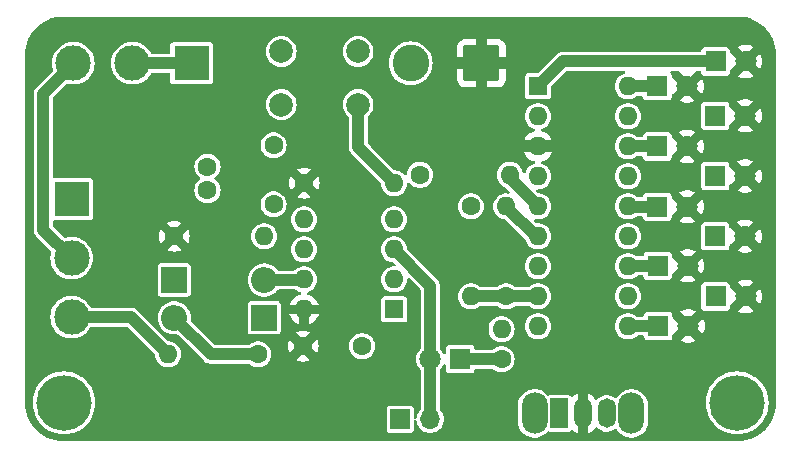
<source format=gbl>
G04 #@! TF.GenerationSoftware,KiCad,Pcbnew,8.0.1*
G04 #@! TF.CreationDate,2024-04-15T15:14:11+08:00*
G04 #@! TF.ProjectId,555Sandbox,35353553-616e-4646-926f-782e6b696361,rev?*
G04 #@! TF.SameCoordinates,Original*
G04 #@! TF.FileFunction,Copper,L2,Bot*
G04 #@! TF.FilePolarity,Positive*
%FSLAX46Y46*%
G04 Gerber Fmt 4.6, Leading zero omitted, Abs format (unit mm)*
G04 Created by KiCad (PCBNEW 8.0.1) date 2024-04-15 15:14:11*
%MOMM*%
%LPD*%
G01*
G04 APERTURE LIST*
G04 Aperture macros list*
%AMRoundRect*
0 Rectangle with rounded corners*
0 $1 Rounding radius*
0 $2 $3 $4 $5 $6 $7 $8 $9 X,Y pos of 4 corners*
0 Add a 4 corners polygon primitive as box body*
4,1,4,$2,$3,$4,$5,$6,$7,$8,$9,$2,$3,0*
0 Add four circle primitives for the rounded corners*
1,1,$1+$1,$2,$3*
1,1,$1+$1,$4,$5*
1,1,$1+$1,$6,$7*
1,1,$1+$1,$8,$9*
0 Add four rect primitives between the rounded corners*
20,1,$1+$1,$2,$3,$4,$5,0*
20,1,$1+$1,$4,$5,$6,$7,0*
20,1,$1+$1,$6,$7,$8,$9,0*
20,1,$1+$1,$8,$9,$2,$3,0*%
G04 Aperture macros list end*
G04 #@! TA.AperFunction,ComponentPad*
%ADD10R,1.600000X1.600000*%
G04 #@! TD*
G04 #@! TA.AperFunction,ComponentPad*
%ADD11O,1.600000X1.600000*%
G04 #@! TD*
G04 #@! TA.AperFunction,ComponentPad*
%ADD12R,1.800000X1.800000*%
G04 #@! TD*
G04 #@! TA.AperFunction,ComponentPad*
%ADD13C,1.800000*%
G04 #@! TD*
G04 #@! TA.AperFunction,ComponentPad*
%ADD14O,2.200000X3.500000*%
G04 #@! TD*
G04 #@! TA.AperFunction,ComponentPad*
%ADD15R,1.500000X2.500000*%
G04 #@! TD*
G04 #@! TA.AperFunction,ComponentPad*
%ADD16O,1.500000X2.500000*%
G04 #@! TD*
G04 #@! TA.AperFunction,ComponentPad*
%ADD17R,1.700000X1.700000*%
G04 #@! TD*
G04 #@! TA.AperFunction,ComponentPad*
%ADD18O,1.700000X1.700000*%
G04 #@! TD*
G04 #@! TA.AperFunction,ComponentPad*
%ADD19C,1.600000*%
G04 #@! TD*
G04 #@! TA.AperFunction,ComponentPad*
%ADD20R,2.200000X2.200000*%
G04 #@! TD*
G04 #@! TA.AperFunction,ComponentPad*
%ADD21O,2.200000X2.200000*%
G04 #@! TD*
G04 #@! TA.AperFunction,ComponentPad*
%ADD22C,2.000000*%
G04 #@! TD*
G04 #@! TA.AperFunction,ComponentPad*
%ADD23RoundRect,0.249999X1.300001X1.300001X-1.300001X1.300001X-1.300001X-1.300001X1.300001X-1.300001X0*%
G04 #@! TD*
G04 #@! TA.AperFunction,ComponentPad*
%ADD24C,3.100000*%
G04 #@! TD*
G04 #@! TA.AperFunction,ComponentPad*
%ADD25C,4.700000*%
G04 #@! TD*
G04 #@! TA.AperFunction,ComponentPad*
%ADD26R,3.000000X3.000000*%
G04 #@! TD*
G04 #@! TA.AperFunction,ComponentPad*
%ADD27C,3.000000*%
G04 #@! TD*
G04 #@! TA.AperFunction,Conductor*
%ADD28C,1.000000*%
G04 #@! TD*
G04 APERTURE END LIST*
D10*
X106700000Y-89600000D03*
D11*
X106700000Y-87060000D03*
X106700000Y-84520000D03*
X106700000Y-81980000D03*
X99080000Y-81980000D03*
X99080000Y-84520000D03*
X99080000Y-87060000D03*
X99080000Y-89600000D03*
D12*
X128990000Y-75800000D03*
D13*
X131530000Y-75800000D03*
D14*
X118600000Y-98400000D03*
X126800000Y-98400000D03*
D15*
X120700000Y-98400000D03*
D16*
X122700000Y-98400000D03*
X124700000Y-98400000D03*
D17*
X107220000Y-98900000D03*
D18*
X109760000Y-98900000D03*
D12*
X112300000Y-93800000D03*
D13*
X109760000Y-93800000D03*
D19*
X113200000Y-80880000D03*
D11*
X113200000Y-88500000D03*
D20*
X88090000Y-87100000D03*
D21*
X95710000Y-87100000D03*
D22*
X97150000Y-67750000D03*
X103650000Y-67750000D03*
X97150000Y-72250000D03*
X103650000Y-72250000D03*
D19*
X90900000Y-77500000D03*
X90900000Y-79500000D03*
D12*
X133890000Y-73200000D03*
D13*
X136430000Y-73200000D03*
D19*
X95200000Y-93400000D03*
D11*
X87580000Y-93400000D03*
D19*
X115800000Y-93800000D03*
D11*
X115800000Y-91260000D03*
D12*
X133890000Y-83400000D03*
D13*
X136430000Y-83400000D03*
D10*
X118880000Y-70700000D03*
D11*
X118880000Y-73240000D03*
X118880000Y-75780000D03*
X118880000Y-78320000D03*
X118880000Y-80860000D03*
X118880000Y-83400000D03*
X118880000Y-85940000D03*
X118880000Y-88480000D03*
X118880000Y-91020000D03*
X126500000Y-91020000D03*
X126500000Y-88480000D03*
X126500000Y-85940000D03*
X126500000Y-83400000D03*
X126500000Y-80860000D03*
X126500000Y-78320000D03*
X126500000Y-75780000D03*
X126500000Y-73240000D03*
X126500000Y-70700000D03*
D12*
X133925000Y-88500000D03*
D13*
X136465000Y-88500000D03*
D19*
X108890000Y-78200000D03*
D11*
X116510000Y-78200000D03*
D23*
X114100000Y-68750000D03*
D24*
X108100000Y-68750000D03*
D19*
X88090000Y-83400000D03*
D11*
X95710000Y-83400000D03*
D12*
X128990000Y-80900000D03*
D13*
X131530000Y-80900000D03*
D19*
X96500000Y-80700000D03*
X96500000Y-75700000D03*
D25*
X135750000Y-97500000D03*
D20*
X95710000Y-90300000D03*
D21*
X88090000Y-90300000D03*
D19*
X99000000Y-92700000D03*
X104000000Y-92700000D03*
D12*
X128990000Y-70700000D03*
D13*
X131530000Y-70700000D03*
D19*
X116200000Y-88500000D03*
D11*
X116200000Y-80880000D03*
D12*
X133890000Y-78300000D03*
D13*
X136430000Y-78300000D03*
D25*
X78750000Y-97500000D03*
D12*
X133925000Y-68600000D03*
D13*
X136465000Y-68600000D03*
D12*
X129060000Y-91000000D03*
D13*
X131600000Y-91000000D03*
D19*
X99090000Y-78900000D03*
D11*
X106710000Y-78900000D03*
D12*
X129025000Y-85900000D03*
D13*
X131565000Y-85900000D03*
D26*
X89550000Y-68750000D03*
D27*
X84550000Y-68750000D03*
X79550000Y-68750000D03*
D26*
X79400000Y-80250000D03*
D27*
X79400000Y-85250000D03*
X79400000Y-90250000D03*
D28*
X84550000Y-68750000D02*
X89600000Y-68750000D01*
X133925000Y-68600000D02*
X120980000Y-68600000D01*
X120980000Y-68600000D02*
X118880000Y-70700000D01*
X128990000Y-70700000D02*
X126500000Y-70700000D01*
X129205000Y-75800000D02*
X126520000Y-75800000D01*
X128990000Y-80900000D02*
X126540000Y-80900000D01*
X129025000Y-85900000D02*
X126540000Y-85900000D01*
X129060000Y-91000000D02*
X126520000Y-91000000D01*
X99040000Y-87100000D02*
X99080000Y-87060000D01*
X95710000Y-87100000D02*
X99040000Y-87100000D01*
X88090000Y-90300000D02*
X91190000Y-93400000D01*
X91190000Y-93400000D02*
X95200000Y-93400000D01*
X103650000Y-72250000D02*
X103650000Y-75840000D01*
X103650000Y-75840000D02*
X106710000Y-78900000D01*
X116200000Y-80890000D02*
X118710000Y-83400000D01*
X118710000Y-83400000D02*
X118880000Y-83400000D01*
X116510000Y-78490000D02*
X118880000Y-80860000D01*
X116510000Y-78200000D02*
X116510000Y-78490000D01*
X113200000Y-88500000D02*
X118860000Y-88500000D01*
X118860000Y-88500000D02*
X118880000Y-88480000D01*
X109760000Y-98900000D02*
X109760000Y-93800000D01*
X109760000Y-87580000D02*
X109760000Y-93800000D01*
X106700000Y-84520000D02*
X109760000Y-87580000D01*
X115800000Y-93800000D02*
X112300000Y-93800000D01*
X87580000Y-93400000D02*
X84430000Y-90250000D01*
X84430000Y-90250000D02*
X79400000Y-90250000D01*
X77000000Y-82850000D02*
X79400000Y-85250000D01*
X79550000Y-68800000D02*
X77000000Y-71350000D01*
X77000000Y-71350000D02*
X77000000Y-82850000D01*
X79550000Y-68750000D02*
X79550000Y-68800000D01*
G04 #@! TA.AperFunction,Conductor*
G36*
X135803243Y-64800669D02*
G01*
X136133178Y-64817961D01*
X136146086Y-64819318D01*
X136469191Y-64870492D01*
X136481874Y-64873187D01*
X136797881Y-64957861D01*
X136810219Y-64961871D01*
X137115627Y-65079106D01*
X137127470Y-65084378D01*
X137418977Y-65232908D01*
X137430183Y-65239378D01*
X137704565Y-65417564D01*
X137715055Y-65425186D01*
X137969293Y-65631064D01*
X137978938Y-65639749D01*
X138210250Y-65871061D01*
X138218935Y-65880706D01*
X138424813Y-66134944D01*
X138432438Y-66145438D01*
X138610617Y-66419810D01*
X138617094Y-66431029D01*
X138759489Y-66710494D01*
X138765616Y-66722519D01*
X138770895Y-66734377D01*
X138888128Y-67039781D01*
X138892139Y-67052124D01*
X138976810Y-67368119D01*
X138979508Y-67380815D01*
X139030681Y-67703913D01*
X139032038Y-67716821D01*
X139049330Y-68046756D01*
X139049500Y-68053246D01*
X139049500Y-97496753D01*
X139049330Y-97503243D01*
X139032038Y-97833178D01*
X139030681Y-97846086D01*
X138979508Y-98169184D01*
X138976810Y-98181880D01*
X138892139Y-98497875D01*
X138888128Y-98510218D01*
X138770895Y-98815622D01*
X138765616Y-98827480D01*
X138617098Y-99118964D01*
X138610612Y-99130197D01*
X138561113Y-99206420D01*
X138432442Y-99404555D01*
X138424813Y-99415055D01*
X138218935Y-99669293D01*
X138210250Y-99678938D01*
X137978938Y-99910250D01*
X137969293Y-99918935D01*
X137715055Y-100124813D01*
X137704555Y-100132442D01*
X137669289Y-100155344D01*
X137430197Y-100310612D01*
X137418964Y-100317098D01*
X137127480Y-100465616D01*
X137115622Y-100470895D01*
X136810218Y-100588128D01*
X136797875Y-100592139D01*
X136481880Y-100676810D01*
X136469184Y-100679508D01*
X136146086Y-100730681D01*
X136133178Y-100732038D01*
X135803244Y-100749330D01*
X135796754Y-100749500D01*
X78703246Y-100749500D01*
X78696756Y-100749330D01*
X78366821Y-100732038D01*
X78353913Y-100730681D01*
X78030815Y-100679508D01*
X78018119Y-100676810D01*
X77702124Y-100592139D01*
X77689781Y-100588128D01*
X77384377Y-100470895D01*
X77372519Y-100465616D01*
X77342852Y-100450500D01*
X77081029Y-100317094D01*
X77069810Y-100310617D01*
X76795438Y-100132438D01*
X76784944Y-100124813D01*
X76530706Y-99918935D01*
X76521061Y-99910250D01*
X76289749Y-99678938D01*
X76281064Y-99669293D01*
X76075186Y-99415055D01*
X76067564Y-99404565D01*
X75889378Y-99130183D01*
X75882908Y-99118977D01*
X75734378Y-98827470D01*
X75729104Y-98815622D01*
X75707787Y-98760090D01*
X75611871Y-98510218D01*
X75607860Y-98497875D01*
X75603768Y-98482605D01*
X75523187Y-98181874D01*
X75520491Y-98169184D01*
X75513286Y-98123694D01*
X75469318Y-97846086D01*
X75467961Y-97833178D01*
X75450670Y-97503243D01*
X75450585Y-97500000D01*
X76094655Y-97500000D01*
X76114014Y-97820060D01*
X76114014Y-97820065D01*
X76114015Y-97820066D01*
X76171814Y-98135466D01*
X76171815Y-98135470D01*
X76171816Y-98135474D01*
X76267202Y-98441580D01*
X76267208Y-98441595D01*
X76267209Y-98441598D01*
X76309108Y-98534694D01*
X76398806Y-98733995D01*
X76398807Y-98733996D01*
X76398809Y-98734000D01*
X76564694Y-99008408D01*
X76602018Y-99056048D01*
X76762448Y-99260822D01*
X76989177Y-99487551D01*
X76989181Y-99487554D01*
X77241592Y-99685306D01*
X77516000Y-99851191D01*
X77516003Y-99851192D01*
X77516004Y-99851193D01*
X77569104Y-99875091D01*
X77808402Y-99982791D01*
X77808411Y-99982793D01*
X77808419Y-99982797D01*
X78025687Y-100050500D01*
X78114534Y-100078186D01*
X78429934Y-100135985D01*
X78750000Y-100155345D01*
X79070066Y-100135985D01*
X79385466Y-100078186D01*
X79558320Y-100024322D01*
X79691580Y-99982797D01*
X79691584Y-99982795D01*
X79691598Y-99982791D01*
X79984000Y-99851191D01*
X80258408Y-99685306D01*
X80510819Y-99487554D01*
X80737554Y-99260819D01*
X80935306Y-99008408D01*
X81101191Y-98734000D01*
X81232791Y-98441598D01*
X81328186Y-98135466D01*
X81385985Y-97820066D01*
X81405345Y-97500000D01*
X81385985Y-97179934D01*
X81328186Y-96864534D01*
X81281789Y-96715640D01*
X81232797Y-96558419D01*
X81232793Y-96558411D01*
X81232791Y-96558402D01*
X81101191Y-96266000D01*
X80935306Y-95991592D01*
X80737554Y-95739181D01*
X80737551Y-95739177D01*
X80510822Y-95512448D01*
X80258405Y-95314692D01*
X80207244Y-95283764D01*
X79984000Y-95148809D01*
X79983996Y-95148807D01*
X79983995Y-95148806D01*
X79784694Y-95059108D01*
X79691598Y-95017209D01*
X79691595Y-95017208D01*
X79691580Y-95017202D01*
X79385474Y-94921816D01*
X79385470Y-94921815D01*
X79385466Y-94921814D01*
X79070066Y-94864015D01*
X79070065Y-94864014D01*
X79070060Y-94864014D01*
X78750000Y-94844655D01*
X78429939Y-94864014D01*
X78429934Y-94864015D01*
X78114534Y-94921814D01*
X78114531Y-94921814D01*
X78114525Y-94921816D01*
X77808419Y-95017202D01*
X77808404Y-95017208D01*
X77516004Y-95148806D01*
X77516002Y-95148808D01*
X77241594Y-95314692D01*
X76989177Y-95512448D01*
X76762448Y-95739177D01*
X76564692Y-95991594D01*
X76398808Y-96266002D01*
X76398806Y-96266004D01*
X76267208Y-96558404D01*
X76267202Y-96558419D01*
X76171816Y-96864525D01*
X76171814Y-96864531D01*
X76171814Y-96864534D01*
X76144062Y-97015974D01*
X76114014Y-97179939D01*
X76094655Y-97500000D01*
X75450585Y-97500000D01*
X75450500Y-97496753D01*
X75450500Y-90250004D01*
X77594451Y-90250004D01*
X77614616Y-90519101D01*
X77674664Y-90782188D01*
X77674666Y-90782195D01*
X77767998Y-91020000D01*
X77773257Y-91033398D01*
X77908185Y-91267102D01*
X78029586Y-91419333D01*
X78076442Y-91478089D01*
X78247683Y-91636976D01*
X78274259Y-91661635D01*
X78497226Y-91813651D01*
X78740359Y-91930738D01*
X78998228Y-92010280D01*
X78998229Y-92010280D01*
X78998232Y-92010281D01*
X79265063Y-92050499D01*
X79265068Y-92050499D01*
X79265071Y-92050500D01*
X79265072Y-92050500D01*
X79534928Y-92050500D01*
X79534929Y-92050500D01*
X79534936Y-92050499D01*
X79801767Y-92010281D01*
X79801768Y-92010280D01*
X79801772Y-92010280D01*
X80059641Y-91930738D01*
X80302775Y-91813651D01*
X80525741Y-91661635D01*
X80723561Y-91478085D01*
X80891815Y-91267102D01*
X80981074Y-91112500D01*
X81031641Y-91064284D01*
X81088461Y-91050500D01*
X84047060Y-91050500D01*
X84114099Y-91070185D01*
X84134741Y-91086819D01*
X86445869Y-93397947D01*
X86479354Y-93459270D01*
X86481659Y-93474187D01*
X86493602Y-93603081D01*
X86549417Y-93799247D01*
X86549422Y-93799260D01*
X86640327Y-93981821D01*
X86763237Y-94144581D01*
X86913958Y-94281980D01*
X86913960Y-94281982D01*
X86992191Y-94330420D01*
X87087363Y-94389348D01*
X87277544Y-94463024D01*
X87478024Y-94500500D01*
X87478026Y-94500500D01*
X87681974Y-94500500D01*
X87681976Y-94500500D01*
X87882456Y-94463024D01*
X88072637Y-94389348D01*
X88246041Y-94281981D01*
X88396764Y-94144579D01*
X88519673Y-93981821D01*
X88610582Y-93799250D01*
X88666397Y-93603083D01*
X88685215Y-93400000D01*
X88681813Y-93363291D01*
X88666397Y-93196917D01*
X88626137Y-93055421D01*
X88610582Y-93000750D01*
X88609090Y-92997754D01*
X88548215Y-92875500D01*
X88519673Y-92818179D01*
X88430430Y-92700002D01*
X88396762Y-92655418D01*
X88246041Y-92518019D01*
X88246039Y-92518017D01*
X88072642Y-92410655D01*
X88072635Y-92410651D01*
X87943179Y-92360500D01*
X87882456Y-92336976D01*
X87681976Y-92299500D01*
X87681974Y-92299500D01*
X87662940Y-92299500D01*
X87595901Y-92279815D01*
X87575259Y-92263181D01*
X85612085Y-90300006D01*
X86684700Y-90300006D01*
X86703864Y-90531297D01*
X86703866Y-90531308D01*
X86760842Y-90756300D01*
X86854075Y-90968848D01*
X86981016Y-91163147D01*
X86981019Y-91163151D01*
X86981021Y-91163153D01*
X87138216Y-91333913D01*
X87138219Y-91333915D01*
X87138222Y-91333918D01*
X87321365Y-91476464D01*
X87321371Y-91476468D01*
X87321374Y-91476470D01*
X87525497Y-91586936D01*
X87562095Y-91599500D01*
X87745015Y-91662297D01*
X87745017Y-91662297D01*
X87745019Y-91662298D01*
X87973951Y-91700500D01*
X87973952Y-91700500D01*
X88206051Y-91700500D01*
X88232732Y-91696047D01*
X88273672Y-91689215D01*
X88343036Y-91697595D01*
X88381764Y-91723842D01*
X90568211Y-93910289D01*
X90639743Y-93981821D01*
X90679712Y-94021790D01*
X90810814Y-94109390D01*
X90810827Y-94109397D01*
X90956498Y-94169735D01*
X90956503Y-94169737D01*
X91104859Y-94199247D01*
X91111153Y-94200499D01*
X91111156Y-94200500D01*
X91111158Y-94200500D01*
X94396541Y-94200500D01*
X94463580Y-94220185D01*
X94480072Y-94232856D01*
X94533959Y-94281981D01*
X94707363Y-94389348D01*
X94897544Y-94463024D01*
X95098024Y-94500500D01*
X95098026Y-94500500D01*
X95301974Y-94500500D01*
X95301976Y-94500500D01*
X95502456Y-94463024D01*
X95692637Y-94389348D01*
X95866041Y-94281981D01*
X96016764Y-94144579D01*
X96139673Y-93981821D01*
X96201263Y-93858130D01*
X98407553Y-93858130D01*
X98553668Y-93926264D01*
X98553682Y-93926269D01*
X98773389Y-93985139D01*
X98773400Y-93985141D01*
X98999998Y-94004966D01*
X99000002Y-94004966D01*
X99226599Y-93985141D01*
X99226610Y-93985139D01*
X99446317Y-93926269D01*
X99446326Y-93926265D01*
X99592445Y-93858129D01*
X99000001Y-93265685D01*
X99000000Y-93265685D01*
X98407553Y-93858130D01*
X96201263Y-93858130D01*
X96230582Y-93799250D01*
X96286397Y-93603083D01*
X96305215Y-93400000D01*
X96301813Y-93363291D01*
X96286397Y-93196917D01*
X96246137Y-93055421D01*
X96230582Y-93000750D01*
X96229090Y-92997754D01*
X96168215Y-92875500D01*
X96139673Y-92818179D01*
X96050430Y-92700002D01*
X97695034Y-92700002D01*
X97714858Y-92926599D01*
X97714860Y-92926610D01*
X97773730Y-93146317D01*
X97773732Y-93146322D01*
X97841869Y-93292444D01*
X98381654Y-92752661D01*
X98600000Y-92752661D01*
X98627259Y-92854394D01*
X98679920Y-92945606D01*
X98754394Y-93020080D01*
X98845606Y-93072741D01*
X98947339Y-93100000D01*
X99052661Y-93100000D01*
X99154394Y-93072741D01*
X99245606Y-93020080D01*
X99320080Y-92945606D01*
X99372741Y-92854394D01*
X99400000Y-92752661D01*
X99400000Y-92700000D01*
X99565685Y-92700000D01*
X100158129Y-93292444D01*
X100226265Y-93146326D01*
X100226269Y-93146317D01*
X100285139Y-92926610D01*
X100285141Y-92926599D01*
X100304966Y-92700002D01*
X100304966Y-92700000D01*
X102894785Y-92700000D01*
X102913602Y-92903082D01*
X102969417Y-93099247D01*
X102969422Y-93099260D01*
X103060327Y-93281821D01*
X103183237Y-93444581D01*
X103333958Y-93581980D01*
X103333960Y-93581982D01*
X103368038Y-93603082D01*
X103507363Y-93689348D01*
X103697544Y-93763024D01*
X103898024Y-93800500D01*
X103898026Y-93800500D01*
X104101974Y-93800500D01*
X104101976Y-93800500D01*
X104302456Y-93763024D01*
X104492637Y-93689348D01*
X104666041Y-93581981D01*
X104816764Y-93444579D01*
X104939673Y-93281821D01*
X105030582Y-93099250D01*
X105086397Y-92903083D01*
X105105215Y-92700000D01*
X105094078Y-92579815D01*
X105086397Y-92496917D01*
X105053108Y-92379920D01*
X105030582Y-92300750D01*
X105023476Y-92286480D01*
X104951524Y-92141980D01*
X104939673Y-92118179D01*
X104816764Y-91955421D01*
X104816762Y-91955418D01*
X104666041Y-91818019D01*
X104666039Y-91818017D01*
X104492642Y-91710655D01*
X104492635Y-91710651D01*
X104385964Y-91669327D01*
X104302456Y-91636976D01*
X104101976Y-91599500D01*
X103898024Y-91599500D01*
X103697544Y-91636976D01*
X103697541Y-91636976D01*
X103697541Y-91636977D01*
X103507364Y-91710651D01*
X103507357Y-91710655D01*
X103333960Y-91818017D01*
X103333958Y-91818019D01*
X103183237Y-91955418D01*
X103060327Y-92118178D01*
X102969422Y-92300739D01*
X102969417Y-92300752D01*
X102913602Y-92496917D01*
X102894785Y-92699999D01*
X102894785Y-92700000D01*
X100304966Y-92700000D01*
X100304966Y-92699997D01*
X100285141Y-92473400D01*
X100285139Y-92473389D01*
X100226269Y-92253682D01*
X100226264Y-92253668D01*
X100158130Y-92107553D01*
X99565685Y-92699999D01*
X99565685Y-92700000D01*
X99400000Y-92700000D01*
X99400000Y-92647339D01*
X99372741Y-92545606D01*
X99320080Y-92454394D01*
X99245606Y-92379920D01*
X99154394Y-92327259D01*
X99052661Y-92300000D01*
X98947339Y-92300000D01*
X98845606Y-92327259D01*
X98754394Y-92379920D01*
X98679920Y-92454394D01*
X98627259Y-92545606D01*
X98600000Y-92647339D01*
X98600000Y-92752661D01*
X98381654Y-92752661D01*
X98434315Y-92700000D01*
X97841868Y-92107553D01*
X97773731Y-92253680D01*
X97714860Y-92473389D01*
X97714858Y-92473400D01*
X97695034Y-92699997D01*
X97695034Y-92700002D01*
X96050430Y-92700002D01*
X96016762Y-92655418D01*
X95866041Y-92518019D01*
X95866039Y-92518017D01*
X95692642Y-92410655D01*
X95692635Y-92410651D01*
X95563179Y-92360500D01*
X95502456Y-92336976D01*
X95301976Y-92299500D01*
X95098024Y-92299500D01*
X94897544Y-92336976D01*
X94897541Y-92336976D01*
X94897541Y-92336977D01*
X94707364Y-92410651D01*
X94707357Y-92410655D01*
X94533962Y-92518016D01*
X94533959Y-92518019D01*
X94480077Y-92567138D01*
X94417276Y-92597754D01*
X94396541Y-92599500D01*
X91572940Y-92599500D01*
X91505901Y-92579815D01*
X91485259Y-92563181D01*
X90366934Y-91444856D01*
X94309500Y-91444856D01*
X94309502Y-91444882D01*
X94312413Y-91469987D01*
X94312415Y-91469991D01*
X94357793Y-91572764D01*
X94357794Y-91572765D01*
X94437235Y-91652206D01*
X94540009Y-91697585D01*
X94565135Y-91700500D01*
X96854864Y-91700499D01*
X96854879Y-91700497D01*
X96854882Y-91700497D01*
X96879987Y-91697586D01*
X96879988Y-91697585D01*
X96879991Y-91697585D01*
X96982765Y-91652206D01*
X97062206Y-91572765D01*
X97075848Y-91541868D01*
X98407553Y-91541868D01*
X99000000Y-92134315D01*
X99000001Y-92134315D01*
X99592444Y-91541869D01*
X99446322Y-91473732D01*
X99446317Y-91473730D01*
X99226610Y-91414860D01*
X99226599Y-91414858D01*
X99000002Y-91395034D01*
X98999998Y-91395034D01*
X98773400Y-91414858D01*
X98773389Y-91414860D01*
X98553680Y-91473731D01*
X98407553Y-91541868D01*
X97075848Y-91541868D01*
X97107585Y-91469991D01*
X97110500Y-91444865D01*
X97110499Y-90000000D01*
X97841320Y-90000000D01*
X97853732Y-90046324D01*
X97949865Y-90252482D01*
X98080342Y-90438820D01*
X98241179Y-90599657D01*
X98427517Y-90730134D01*
X98633675Y-90826267D01*
X98633678Y-90826268D01*
X98679999Y-90838679D01*
X98680000Y-90838679D01*
X98680000Y-90000000D01*
X97841320Y-90000000D01*
X97110499Y-90000000D01*
X97110499Y-89155136D01*
X97110330Y-89153675D01*
X97107586Y-89130012D01*
X97107585Y-89130010D01*
X97107585Y-89130009D01*
X97062206Y-89027235D01*
X96982765Y-88947794D01*
X96918307Y-88919333D01*
X96879992Y-88902415D01*
X96854865Y-88899500D01*
X94565143Y-88899500D01*
X94565117Y-88899502D01*
X94540012Y-88902413D01*
X94540008Y-88902415D01*
X94437235Y-88947793D01*
X94357794Y-89027234D01*
X94312415Y-89130006D01*
X94312415Y-89130008D01*
X94309500Y-89155131D01*
X94309500Y-91444856D01*
X90366934Y-91444856D01*
X89515034Y-90592956D01*
X89481549Y-90531633D01*
X89479139Y-90495035D01*
X89483297Y-90444864D01*
X89488835Y-90378019D01*
X89495300Y-90300005D01*
X89495300Y-90299993D01*
X89476135Y-90068702D01*
X89476133Y-90068691D01*
X89419157Y-89843699D01*
X89325924Y-89631151D01*
X89198983Y-89436852D01*
X89198980Y-89436849D01*
X89198979Y-89436847D01*
X89041784Y-89266087D01*
X89041779Y-89266083D01*
X89041777Y-89266081D01*
X88858634Y-89123535D01*
X88858628Y-89123531D01*
X88654504Y-89013064D01*
X88654495Y-89013061D01*
X88434984Y-88937702D01*
X88263282Y-88909050D01*
X88206049Y-88899500D01*
X87973951Y-88899500D01*
X87928164Y-88907140D01*
X87745015Y-88937702D01*
X87525504Y-89013061D01*
X87525495Y-89013064D01*
X87321371Y-89123531D01*
X87321365Y-89123535D01*
X87138222Y-89266081D01*
X87138219Y-89266084D01*
X87138216Y-89266086D01*
X87138216Y-89266087D01*
X87079267Y-89330122D01*
X86981016Y-89436852D01*
X86854075Y-89631151D01*
X86760842Y-89843699D01*
X86703866Y-90068691D01*
X86703864Y-90068702D01*
X86684700Y-90299993D01*
X86684700Y-90300006D01*
X85612085Y-90300006D01*
X84940292Y-89628213D01*
X84940288Y-89628210D01*
X84809185Y-89540609D01*
X84809172Y-89540602D01*
X84663501Y-89480264D01*
X84663489Y-89480261D01*
X84508845Y-89449500D01*
X84508842Y-89449500D01*
X81088461Y-89449500D01*
X81021422Y-89429815D01*
X80981074Y-89387500D01*
X80949529Y-89332863D01*
X80891815Y-89232898D01*
X80723561Y-89021915D01*
X80723560Y-89021914D01*
X80723557Y-89021910D01*
X80525741Y-88838365D01*
X80412530Y-88761179D01*
X80302775Y-88686349D01*
X80302769Y-88686346D01*
X80302768Y-88686345D01*
X80302767Y-88686344D01*
X80059643Y-88569263D01*
X80059645Y-88569263D01*
X79801773Y-88489720D01*
X79801767Y-88489718D01*
X79534936Y-88449500D01*
X79534929Y-88449500D01*
X79265071Y-88449500D01*
X79265063Y-88449500D01*
X78998232Y-88489718D01*
X78998226Y-88489720D01*
X78740358Y-88569262D01*
X78497230Y-88686346D01*
X78274258Y-88838365D01*
X78076442Y-89021910D01*
X77908185Y-89232898D01*
X77773258Y-89466599D01*
X77773256Y-89466603D01*
X77674666Y-89717804D01*
X77674664Y-89717811D01*
X77614616Y-89980898D01*
X77594451Y-90249995D01*
X77594451Y-90250004D01*
X75450500Y-90250004D01*
X75450500Y-88244856D01*
X86689500Y-88244856D01*
X86689502Y-88244882D01*
X86692413Y-88269987D01*
X86692415Y-88269991D01*
X86737793Y-88372764D01*
X86737794Y-88372765D01*
X86817235Y-88452206D01*
X86920009Y-88497585D01*
X86945135Y-88500500D01*
X89234864Y-88500499D01*
X89234879Y-88500497D01*
X89234882Y-88500497D01*
X89259987Y-88497586D01*
X89259988Y-88497585D01*
X89259991Y-88497585D01*
X89362765Y-88452206D01*
X89442206Y-88372765D01*
X89487585Y-88269991D01*
X89490500Y-88244865D01*
X89490500Y-87100006D01*
X94304700Y-87100006D01*
X94323864Y-87331297D01*
X94323866Y-87331308D01*
X94380842Y-87556300D01*
X94474075Y-87768848D01*
X94601016Y-87963147D01*
X94601019Y-87963150D01*
X94601021Y-87963153D01*
X94758216Y-88133913D01*
X94758219Y-88133915D01*
X94758222Y-88133918D01*
X94941365Y-88276464D01*
X94941371Y-88276468D01*
X94941374Y-88276470D01*
X95145497Y-88386936D01*
X95259487Y-88426068D01*
X95365015Y-88462297D01*
X95365017Y-88462297D01*
X95365019Y-88462298D01*
X95593951Y-88500500D01*
X95593952Y-88500500D01*
X95826048Y-88500500D01*
X95826049Y-88500500D01*
X96054981Y-88462298D01*
X96274503Y-88386936D01*
X96478626Y-88276470D01*
X96486951Y-88269991D01*
X96604999Y-88178110D01*
X96661784Y-88133913D01*
X96818979Y-87963153D01*
X96823209Y-87956679D01*
X96876355Y-87911322D01*
X96927018Y-87900500D01*
X98320418Y-87900500D01*
X98387457Y-87920185D01*
X98403953Y-87932859D01*
X98413959Y-87941981D01*
X98587363Y-88049348D01*
X98668427Y-88080752D01*
X98747270Y-88111296D01*
X98802672Y-88153869D01*
X98826262Y-88219636D01*
X98810551Y-88287716D01*
X98760527Y-88336495D01*
X98734570Y-88346698D01*
X98633680Y-88373731D01*
X98633673Y-88373734D01*
X98427517Y-88469865D01*
X98241179Y-88600342D01*
X98080342Y-88761179D01*
X97949865Y-88947517D01*
X97853732Y-89153675D01*
X97841319Y-89199999D01*
X97841320Y-89200000D01*
X99027339Y-89200000D01*
X98925606Y-89227259D01*
X98834394Y-89279920D01*
X98759920Y-89354394D01*
X98707259Y-89445606D01*
X98680000Y-89547339D01*
X98680000Y-89652661D01*
X98707259Y-89754394D01*
X98759920Y-89845606D01*
X98834394Y-89920080D01*
X98925606Y-89972741D01*
X99027339Y-90000000D01*
X99132661Y-90000000D01*
X99480000Y-90000000D01*
X99480000Y-90838679D01*
X99526321Y-90826268D01*
X99526324Y-90826267D01*
X99732482Y-90730134D01*
X99918820Y-90599657D01*
X100073621Y-90444856D01*
X105599500Y-90444856D01*
X105599502Y-90444882D01*
X105602413Y-90469987D01*
X105602415Y-90469991D01*
X105647793Y-90572764D01*
X105647794Y-90572765D01*
X105727235Y-90652206D01*
X105830009Y-90697585D01*
X105855135Y-90700500D01*
X107544864Y-90700499D01*
X107544879Y-90700497D01*
X107544882Y-90700497D01*
X107569987Y-90697586D01*
X107569988Y-90697585D01*
X107569991Y-90697585D01*
X107672765Y-90652206D01*
X107752206Y-90572765D01*
X107797585Y-90469991D01*
X107800500Y-90444865D01*
X107800499Y-88755136D01*
X107800497Y-88755117D01*
X107797586Y-88730012D01*
X107797585Y-88730010D01*
X107797585Y-88730009D01*
X107752206Y-88627235D01*
X107672765Y-88547794D01*
X107672763Y-88547793D01*
X107569992Y-88502415D01*
X107544865Y-88499500D01*
X105855143Y-88499500D01*
X105855117Y-88499502D01*
X105830012Y-88502413D01*
X105830008Y-88502415D01*
X105727235Y-88547793D01*
X105647794Y-88627234D01*
X105602415Y-88730006D01*
X105602415Y-88730008D01*
X105599500Y-88755131D01*
X105599500Y-90444856D01*
X100073621Y-90444856D01*
X100079657Y-90438820D01*
X100210134Y-90252482D01*
X100306267Y-90046324D01*
X100318680Y-90000000D01*
X99480000Y-90000000D01*
X99132661Y-90000000D01*
X99234394Y-89972741D01*
X99325606Y-89920080D01*
X99400080Y-89845606D01*
X99452741Y-89754394D01*
X99480000Y-89652661D01*
X99480000Y-89547339D01*
X99452741Y-89445606D01*
X99400080Y-89354394D01*
X99325606Y-89279920D01*
X99234394Y-89227259D01*
X99132661Y-89200000D01*
X100318680Y-89200000D01*
X100318680Y-89199999D01*
X100306267Y-89153675D01*
X100210134Y-88947517D01*
X100079657Y-88761179D01*
X99918820Y-88600342D01*
X99732482Y-88469865D01*
X99526326Y-88373734D01*
X99526317Y-88373730D01*
X99425430Y-88346698D01*
X99365769Y-88310333D01*
X99335240Y-88247486D01*
X99343535Y-88178110D01*
X99388020Y-88124233D01*
X99412727Y-88111296D01*
X99572637Y-88049348D01*
X99746041Y-87941981D01*
X99896764Y-87804579D01*
X100019673Y-87641821D01*
X100110582Y-87459250D01*
X100166397Y-87263083D01*
X100185215Y-87060000D01*
X105594785Y-87060000D01*
X105613602Y-87263082D01*
X105669417Y-87459247D01*
X105669422Y-87459260D01*
X105760327Y-87641821D01*
X105883237Y-87804581D01*
X106033958Y-87941980D01*
X106033960Y-87941982D01*
X106033962Y-87941983D01*
X106207363Y-88049348D01*
X106397544Y-88123024D01*
X106598024Y-88160500D01*
X106598026Y-88160500D01*
X106801974Y-88160500D01*
X106801976Y-88160500D01*
X107002456Y-88123024D01*
X107192637Y-88049348D01*
X107366041Y-87941981D01*
X107516764Y-87804579D01*
X107639673Y-87641821D01*
X107730582Y-87459250D01*
X107786397Y-87263083D01*
X107805215Y-87060000D01*
X107805215Y-87059999D01*
X107805215Y-87056655D01*
X107805667Y-87055112D01*
X107805744Y-87054292D01*
X107805904Y-87054306D01*
X107824900Y-86989616D01*
X107877704Y-86943861D01*
X107946862Y-86933917D01*
X108010418Y-86962942D01*
X108016896Y-86968974D01*
X108923181Y-87875259D01*
X108956666Y-87936582D01*
X108959500Y-87962940D01*
X108959500Y-92850527D01*
X108939815Y-92917566D01*
X108919039Y-92942163D01*
X108869025Y-92987756D01*
X108869021Y-92987761D01*
X108734943Y-93165308D01*
X108734938Y-93165316D01*
X108635775Y-93364461D01*
X108635769Y-93364476D01*
X108574885Y-93578462D01*
X108574884Y-93578464D01*
X108554357Y-93799999D01*
X108554357Y-93800000D01*
X108574884Y-94021535D01*
X108574885Y-94021537D01*
X108635769Y-94235523D01*
X108635775Y-94235538D01*
X108734938Y-94434683D01*
X108734943Y-94434691D01*
X108784640Y-94500500D01*
X108860156Y-94600500D01*
X108869020Y-94612237D01*
X108919037Y-94657833D01*
X108955319Y-94717544D01*
X108959500Y-94749471D01*
X108959500Y-98018187D01*
X108939815Y-98085226D01*
X108919043Y-98109818D01*
X108906128Y-98121593D01*
X108906125Y-98121596D01*
X108777632Y-98291746D01*
X108682596Y-98482605D01*
X108682596Y-98482607D01*
X108624244Y-98687689D01*
X108617970Y-98755394D01*
X108592183Y-98820331D01*
X108535383Y-98861018D01*
X108465602Y-98864538D01*
X108404995Y-98829772D01*
X108372806Y-98767759D01*
X108370499Y-98743952D01*
X108370499Y-98005143D01*
X108370499Y-98005136D01*
X108370497Y-98005117D01*
X108367586Y-97980012D01*
X108367585Y-97980010D01*
X108367585Y-97980009D01*
X108322206Y-97877235D01*
X108242765Y-97797794D01*
X108239914Y-97796535D01*
X108139992Y-97752415D01*
X108114865Y-97749500D01*
X106325143Y-97749500D01*
X106325117Y-97749502D01*
X106300012Y-97752413D01*
X106300008Y-97752415D01*
X106197235Y-97797793D01*
X106117794Y-97877234D01*
X106072415Y-97980006D01*
X106072415Y-97980008D01*
X106069500Y-98005131D01*
X106069500Y-99794856D01*
X106069502Y-99794882D01*
X106072413Y-99819987D01*
X106072415Y-99819991D01*
X106117793Y-99922764D01*
X106117794Y-99922765D01*
X106197235Y-100002206D01*
X106300009Y-100047585D01*
X106325135Y-100050500D01*
X108114864Y-100050499D01*
X108114879Y-100050497D01*
X108114882Y-100050497D01*
X108139987Y-100047586D01*
X108139988Y-100047585D01*
X108139991Y-100047585D01*
X108242765Y-100002206D01*
X108322206Y-99922765D01*
X108367585Y-99819991D01*
X108370500Y-99794865D01*
X108370499Y-99056046D01*
X108390183Y-98989009D01*
X108442987Y-98943254D01*
X108512146Y-98933310D01*
X108575702Y-98962335D01*
X108613476Y-99021113D01*
X108617970Y-99044606D01*
X108624244Y-99112310D01*
X108682596Y-99317392D01*
X108682596Y-99317394D01*
X108777632Y-99508253D01*
X108905129Y-99677084D01*
X108906128Y-99678407D01*
X109063698Y-99822052D01*
X109244981Y-99934298D01*
X109443802Y-100011321D01*
X109653390Y-100050500D01*
X109653392Y-100050500D01*
X109866608Y-100050500D01*
X109866610Y-100050500D01*
X110076198Y-100011321D01*
X110275019Y-99934298D01*
X110456302Y-99822052D01*
X110613872Y-99678407D01*
X110742366Y-99508255D01*
X110837405Y-99317389D01*
X110882124Y-99160221D01*
X117199500Y-99160221D01*
X117233985Y-99377952D01*
X117302103Y-99587603D01*
X117302104Y-99587606D01*
X117402187Y-99784025D01*
X117531752Y-99962358D01*
X117531756Y-99962363D01*
X117687636Y-100118243D01*
X117687641Y-100118247D01*
X117738703Y-100155345D01*
X117865978Y-100247815D01*
X117989215Y-100310608D01*
X118062393Y-100347895D01*
X118062396Y-100347896D01*
X118167221Y-100381955D01*
X118272049Y-100416015D01*
X118489778Y-100450500D01*
X118489779Y-100450500D01*
X118710221Y-100450500D01*
X118710222Y-100450500D01*
X118927951Y-100416015D01*
X119137606Y-100347895D01*
X119334022Y-100247815D01*
X119512365Y-100118242D01*
X119668242Y-99962365D01*
X119668964Y-99961370D01*
X119669335Y-99961084D01*
X119671408Y-99958658D01*
X119671917Y-99959093D01*
X119724289Y-99918699D01*
X119793902Y-99912713D01*
X119819365Y-99920808D01*
X119880009Y-99947585D01*
X119905135Y-99950500D01*
X121494864Y-99950499D01*
X121494879Y-99950497D01*
X121494882Y-99950497D01*
X121519987Y-99947586D01*
X121519988Y-99947585D01*
X121519991Y-99947585D01*
X121622765Y-99902206D01*
X121690924Y-99834046D01*
X121752243Y-99800564D01*
X121821935Y-99805548D01*
X121866283Y-99834049D01*
X121885678Y-99853444D01*
X122044858Y-99969097D01*
X122220167Y-100058420D01*
X122299999Y-100084359D01*
X122300000Y-100084358D01*
X122300000Y-98607179D01*
X122339910Y-98676306D01*
X122423694Y-98760090D01*
X122526306Y-98819333D01*
X122640756Y-98850000D01*
X122759244Y-98850000D01*
X122873694Y-98819333D01*
X122976306Y-98760090D01*
X123060090Y-98676306D01*
X123100000Y-98607179D01*
X123100000Y-100084359D01*
X123179832Y-100058420D01*
X123355141Y-99969097D01*
X123514321Y-99853444D01*
X123653443Y-99714322D01*
X123653443Y-99714321D01*
X123726013Y-99614440D01*
X123781343Y-99571775D01*
X123850957Y-99565796D01*
X123912752Y-99598402D01*
X123914012Y-99599645D01*
X124030342Y-99715975D01*
X124030345Y-99715977D01*
X124202402Y-99830941D01*
X124393580Y-99910130D01*
X124515082Y-99934298D01*
X124596530Y-99950499D01*
X124596534Y-99950500D01*
X124596535Y-99950500D01*
X124803466Y-99950500D01*
X124803467Y-99950499D01*
X125006420Y-99910130D01*
X125197598Y-99830941D01*
X125369655Y-99715977D01*
X125380043Y-99705589D01*
X125441365Y-99672102D01*
X125511057Y-99677084D01*
X125566992Y-99718953D01*
X125578212Y-99736972D01*
X125602187Y-99784026D01*
X125731752Y-99962358D01*
X125731756Y-99962363D01*
X125887636Y-100118243D01*
X125887641Y-100118247D01*
X125938703Y-100155345D01*
X126065978Y-100247815D01*
X126189215Y-100310608D01*
X126262393Y-100347895D01*
X126262396Y-100347896D01*
X126367221Y-100381955D01*
X126472049Y-100416015D01*
X126689778Y-100450500D01*
X126689779Y-100450500D01*
X126910221Y-100450500D01*
X126910222Y-100450500D01*
X127127951Y-100416015D01*
X127337606Y-100347895D01*
X127534022Y-100247815D01*
X127712365Y-100118242D01*
X127868242Y-99962365D01*
X127997815Y-99784022D01*
X128097895Y-99587606D01*
X128166015Y-99377951D01*
X128200500Y-99160222D01*
X128200500Y-97639778D01*
X128178361Y-97500000D01*
X133094655Y-97500000D01*
X133114014Y-97820060D01*
X133114014Y-97820065D01*
X133114015Y-97820066D01*
X133171814Y-98135466D01*
X133171815Y-98135470D01*
X133171816Y-98135474D01*
X133267202Y-98441580D01*
X133267208Y-98441595D01*
X133267209Y-98441598D01*
X133309108Y-98534694D01*
X133398806Y-98733995D01*
X133398807Y-98733996D01*
X133398809Y-98734000D01*
X133564694Y-99008408D01*
X133602018Y-99056048D01*
X133762448Y-99260822D01*
X133989177Y-99487551D01*
X133989181Y-99487554D01*
X134241592Y-99685306D01*
X134516000Y-99851191D01*
X134516003Y-99851192D01*
X134516004Y-99851193D01*
X134569104Y-99875091D01*
X134808402Y-99982791D01*
X134808411Y-99982793D01*
X134808419Y-99982797D01*
X135025687Y-100050500D01*
X135114534Y-100078186D01*
X135429934Y-100135985D01*
X135750000Y-100155345D01*
X136070066Y-100135985D01*
X136385466Y-100078186D01*
X136558320Y-100024322D01*
X136691580Y-99982797D01*
X136691584Y-99982795D01*
X136691598Y-99982791D01*
X136984000Y-99851191D01*
X137258408Y-99685306D01*
X137510819Y-99487554D01*
X137737554Y-99260819D01*
X137935306Y-99008408D01*
X138101191Y-98734000D01*
X138232791Y-98441598D01*
X138328186Y-98135466D01*
X138385985Y-97820066D01*
X138405345Y-97500000D01*
X138385985Y-97179934D01*
X138328186Y-96864534D01*
X138281789Y-96715640D01*
X138232797Y-96558419D01*
X138232793Y-96558411D01*
X138232791Y-96558402D01*
X138101191Y-96266000D01*
X137935306Y-95991592D01*
X137737554Y-95739181D01*
X137737551Y-95739177D01*
X137510822Y-95512448D01*
X137258405Y-95314692D01*
X137207244Y-95283764D01*
X136984000Y-95148809D01*
X136983996Y-95148807D01*
X136983995Y-95148806D01*
X136784694Y-95059108D01*
X136691598Y-95017209D01*
X136691595Y-95017208D01*
X136691580Y-95017202D01*
X136385474Y-94921816D01*
X136385470Y-94921815D01*
X136385466Y-94921814D01*
X136070066Y-94864015D01*
X136070065Y-94864014D01*
X136070060Y-94864014D01*
X135750000Y-94844655D01*
X135429939Y-94864014D01*
X135429934Y-94864015D01*
X135114534Y-94921814D01*
X135114531Y-94921814D01*
X135114525Y-94921816D01*
X134808419Y-95017202D01*
X134808404Y-95017208D01*
X134516004Y-95148806D01*
X134516002Y-95148808D01*
X134241594Y-95314692D01*
X133989177Y-95512448D01*
X133762448Y-95739177D01*
X133564692Y-95991594D01*
X133398808Y-96266002D01*
X133398806Y-96266004D01*
X133267208Y-96558404D01*
X133267202Y-96558419D01*
X133171816Y-96864525D01*
X133171814Y-96864531D01*
X133171814Y-96864534D01*
X133144062Y-97015974D01*
X133114014Y-97179939D01*
X133094655Y-97500000D01*
X128178361Y-97500000D01*
X128166015Y-97422049D01*
X128103728Y-97230345D01*
X128097896Y-97212396D01*
X128097895Y-97212393D01*
X128044744Y-97108080D01*
X127997815Y-97015978D01*
X127906193Y-96889870D01*
X127868247Y-96837641D01*
X127868243Y-96837636D01*
X127712363Y-96681756D01*
X127712358Y-96681752D01*
X127534025Y-96552187D01*
X127534024Y-96552186D01*
X127534022Y-96552185D01*
X127471096Y-96520122D01*
X127337606Y-96452104D01*
X127337603Y-96452103D01*
X127127952Y-96383985D01*
X127019086Y-96366742D01*
X126910222Y-96349500D01*
X126689778Y-96349500D01*
X126617201Y-96360995D01*
X126472047Y-96383985D01*
X126262396Y-96452103D01*
X126262393Y-96452104D01*
X126065974Y-96552187D01*
X125887641Y-96681752D01*
X125887636Y-96681756D01*
X125731756Y-96837636D01*
X125731752Y-96837641D01*
X125602185Y-97015976D01*
X125578211Y-97063028D01*
X125530237Y-97113823D01*
X125462416Y-97130618D01*
X125396281Y-97108080D01*
X125380046Y-97094413D01*
X125369657Y-97084024D01*
X125267812Y-97015974D01*
X125197598Y-96969059D01*
X125190092Y-96965950D01*
X125006420Y-96889870D01*
X125006412Y-96889868D01*
X124803469Y-96849500D01*
X124803465Y-96849500D01*
X124596535Y-96849500D01*
X124596530Y-96849500D01*
X124393587Y-96889868D01*
X124393579Y-96889870D01*
X124202403Y-96969058D01*
X124030344Y-97084023D01*
X123914012Y-97200355D01*
X123852689Y-97233839D01*
X123782997Y-97228855D01*
X123727064Y-97186983D01*
X123726014Y-97185559D01*
X123653450Y-97085686D01*
X123653443Y-97085677D01*
X123514321Y-96946555D01*
X123355143Y-96830904D01*
X123179837Y-96741581D01*
X123100000Y-96715640D01*
X123100000Y-98192820D01*
X123060090Y-98123694D01*
X122976306Y-98039910D01*
X122873694Y-97980667D01*
X122759244Y-97950000D01*
X122640756Y-97950000D01*
X122526306Y-97980667D01*
X122423694Y-98039910D01*
X122339910Y-98123694D01*
X122300000Y-98192820D01*
X122300000Y-96715640D01*
X122220162Y-96741581D01*
X122044856Y-96830904D01*
X121885678Y-96946555D01*
X121866281Y-96965952D01*
X121804957Y-96999436D01*
X121735266Y-96994450D01*
X121690921Y-96965950D01*
X121622765Y-96897794D01*
X121519992Y-96852415D01*
X121494865Y-96849500D01*
X119905143Y-96849500D01*
X119905117Y-96849502D01*
X119880012Y-96852413D01*
X119880011Y-96852414D01*
X119819373Y-96879188D01*
X119750095Y-96888259D01*
X119686910Y-96858435D01*
X119671414Y-96841333D01*
X119671406Y-96841340D01*
X119671170Y-96841064D01*
X119668963Y-96838628D01*
X119668242Y-96837635D01*
X119512363Y-96681756D01*
X119512358Y-96681752D01*
X119334025Y-96552187D01*
X119334024Y-96552186D01*
X119334022Y-96552185D01*
X119271096Y-96520122D01*
X119137606Y-96452104D01*
X119137603Y-96452103D01*
X118927952Y-96383985D01*
X118819086Y-96366742D01*
X118710222Y-96349500D01*
X118489778Y-96349500D01*
X118417201Y-96360995D01*
X118272047Y-96383985D01*
X118062396Y-96452103D01*
X118062393Y-96452104D01*
X117865974Y-96552187D01*
X117687641Y-96681752D01*
X117687636Y-96681756D01*
X117531756Y-96837636D01*
X117531752Y-96837641D01*
X117402187Y-97015974D01*
X117302104Y-97212393D01*
X117302103Y-97212396D01*
X117233985Y-97422047D01*
X117199500Y-97639778D01*
X117199500Y-99160221D01*
X110882124Y-99160221D01*
X110895756Y-99112310D01*
X110915429Y-98900000D01*
X110895756Y-98687690D01*
X110837405Y-98482611D01*
X110837403Y-98482606D01*
X110837403Y-98482605D01*
X110742367Y-98291746D01*
X110649811Y-98169184D01*
X110613874Y-98121596D01*
X110613875Y-98121596D01*
X110613872Y-98121593D01*
X110600958Y-98109820D01*
X110564680Y-98050111D01*
X110560500Y-98018187D01*
X110560500Y-94749471D01*
X110580185Y-94682432D01*
X110600963Y-94657833D01*
X110642261Y-94620185D01*
X110650981Y-94612236D01*
X110785058Y-94434689D01*
X110864500Y-94275149D01*
X110912002Y-94223911D01*
X110979665Y-94206490D01*
X111046006Y-94228415D01*
X111089961Y-94282727D01*
X111099500Y-94330420D01*
X111099500Y-94744856D01*
X111099502Y-94744882D01*
X111102413Y-94769987D01*
X111102415Y-94769991D01*
X111147793Y-94872764D01*
X111147794Y-94872765D01*
X111227235Y-94952206D01*
X111330009Y-94997585D01*
X111355135Y-95000500D01*
X113244864Y-95000499D01*
X113244879Y-95000497D01*
X113244882Y-95000497D01*
X113269987Y-94997586D01*
X113269988Y-94997585D01*
X113269991Y-94997585D01*
X113372765Y-94952206D01*
X113452206Y-94872765D01*
X113497585Y-94769991D01*
X113500500Y-94744865D01*
X113500500Y-94724500D01*
X113520185Y-94657461D01*
X113572989Y-94611706D01*
X113624500Y-94600500D01*
X114996541Y-94600500D01*
X115063580Y-94620185D01*
X115080072Y-94632856D01*
X115133959Y-94681981D01*
X115307363Y-94789348D01*
X115497544Y-94863024D01*
X115698024Y-94900500D01*
X115698026Y-94900500D01*
X115901974Y-94900500D01*
X115901976Y-94900500D01*
X116102456Y-94863024D01*
X116292637Y-94789348D01*
X116466041Y-94681981D01*
X116616764Y-94544579D01*
X116739673Y-94381821D01*
X116830582Y-94199250D01*
X116886397Y-94003083D01*
X116905215Y-93800000D01*
X116905146Y-93799260D01*
X116886397Y-93596917D01*
X116851477Y-93474187D01*
X116830582Y-93400750D01*
X116830208Y-93399999D01*
X116771363Y-93281821D01*
X116739673Y-93218179D01*
X116680704Y-93140091D01*
X116616762Y-93055418D01*
X116466041Y-92918019D01*
X116466039Y-92918017D01*
X116292642Y-92810655D01*
X116292635Y-92810651D01*
X116142944Y-92752661D01*
X116102456Y-92736976D01*
X115901976Y-92699500D01*
X115698024Y-92699500D01*
X115497544Y-92736976D01*
X115497541Y-92736976D01*
X115497541Y-92736977D01*
X115307364Y-92810651D01*
X115307357Y-92810655D01*
X115133962Y-92918016D01*
X115133959Y-92918019D01*
X115080077Y-92967138D01*
X115017276Y-92997754D01*
X114996541Y-92999500D01*
X113624499Y-92999500D01*
X113557460Y-92979815D01*
X113511705Y-92927011D01*
X113500499Y-92875500D01*
X113500499Y-92855143D01*
X113500499Y-92855136D01*
X113500413Y-92854394D01*
X113497586Y-92830012D01*
X113497585Y-92830010D01*
X113497585Y-92830009D01*
X113452206Y-92727235D01*
X113372765Y-92647794D01*
X113371735Y-92647339D01*
X113269992Y-92602415D01*
X113244865Y-92599500D01*
X111355143Y-92599500D01*
X111355117Y-92599502D01*
X111330012Y-92602413D01*
X111330008Y-92602415D01*
X111227235Y-92647793D01*
X111147794Y-92727234D01*
X111102415Y-92830006D01*
X111102415Y-92830008D01*
X111099500Y-92855131D01*
X111099500Y-93269578D01*
X111079815Y-93336617D01*
X111027011Y-93382372D01*
X110957853Y-93392316D01*
X110894297Y-93363291D01*
X110864500Y-93324850D01*
X110785061Y-93165316D01*
X110785056Y-93165308D01*
X110749459Y-93118171D01*
X110650981Y-92987764D01*
X110650978Y-92987761D01*
X110650974Y-92987756D01*
X110600961Y-92942163D01*
X110564680Y-92882451D01*
X110560500Y-92850527D01*
X110560500Y-91260000D01*
X114694785Y-91260000D01*
X114713602Y-91463082D01*
X114769417Y-91659247D01*
X114769422Y-91659260D01*
X114860327Y-91841821D01*
X114983237Y-92004581D01*
X115133958Y-92141980D01*
X115133960Y-92141982D01*
X115223761Y-92197584D01*
X115307363Y-92249348D01*
X115497544Y-92323024D01*
X115698024Y-92360500D01*
X115698026Y-92360500D01*
X115901974Y-92360500D01*
X115901976Y-92360500D01*
X116102456Y-92323024D01*
X116292637Y-92249348D01*
X116321422Y-92231525D01*
X130934159Y-92231525D01*
X131035698Y-92286476D01*
X131035706Y-92286479D01*
X131255139Y-92361811D01*
X131483993Y-92400000D01*
X131716007Y-92400000D01*
X131944860Y-92361811D01*
X132164292Y-92286480D01*
X132265839Y-92231525D01*
X131600001Y-91565685D01*
X131600000Y-91565685D01*
X130934159Y-92231525D01*
X116321422Y-92231525D01*
X116466041Y-92141981D01*
X116610510Y-92010280D01*
X116616762Y-92004581D01*
X116642882Y-91969993D01*
X116739673Y-91841821D01*
X116830582Y-91659250D01*
X116886397Y-91463083D01*
X116905215Y-91260000D01*
X116886397Y-91056917D01*
X116875893Y-91020000D01*
X117774785Y-91020000D01*
X117793602Y-91223082D01*
X117849417Y-91419247D01*
X117849422Y-91419260D01*
X117940327Y-91601821D01*
X118063237Y-91764581D01*
X118213958Y-91901980D01*
X118213960Y-91901982D01*
X118300263Y-91955418D01*
X118387363Y-92009348D01*
X118577544Y-92083024D01*
X118778024Y-92120500D01*
X118778026Y-92120500D01*
X118981974Y-92120500D01*
X118981976Y-92120500D01*
X119182456Y-92083024D01*
X119372637Y-92009348D01*
X119546041Y-91901981D01*
X119696764Y-91764579D01*
X119819673Y-91601821D01*
X119910582Y-91419250D01*
X119966397Y-91223083D01*
X119985215Y-91020000D01*
X125394785Y-91020000D01*
X125413602Y-91223082D01*
X125469417Y-91419247D01*
X125469422Y-91419260D01*
X125560327Y-91601821D01*
X125683237Y-91764581D01*
X125833958Y-91901980D01*
X125833960Y-91901982D01*
X125920263Y-91955418D01*
X126007363Y-92009348D01*
X126197544Y-92083024D01*
X126398024Y-92120500D01*
X126398026Y-92120500D01*
X126601974Y-92120500D01*
X126601976Y-92120500D01*
X126802456Y-92083024D01*
X126992637Y-92009348D01*
X127166041Y-91901981D01*
X127241860Y-91832863D01*
X127304664Y-91802246D01*
X127325398Y-91800500D01*
X127735501Y-91800500D01*
X127802540Y-91820185D01*
X127848295Y-91872989D01*
X127859501Y-91924500D01*
X127859501Y-91944856D01*
X127859502Y-91944882D01*
X127862413Y-91969987D01*
X127862415Y-91969991D01*
X127907793Y-92072764D01*
X127907794Y-92072765D01*
X127987235Y-92152206D01*
X128090009Y-92197585D01*
X128115135Y-92200500D01*
X130004864Y-92200499D01*
X130004879Y-92200497D01*
X130004882Y-92200497D01*
X130029987Y-92197586D01*
X130029988Y-92197585D01*
X130029991Y-92197585D01*
X130132765Y-92152206D01*
X130212206Y-92072765D01*
X130257585Y-91969991D01*
X130260500Y-91944865D01*
X130260499Y-91796003D01*
X130280183Y-91728967D01*
X130332987Y-91683212D01*
X130354657Y-91679655D01*
X130975070Y-91059244D01*
X131150000Y-91059244D01*
X131180667Y-91173694D01*
X131239910Y-91276306D01*
X131323694Y-91360090D01*
X131426306Y-91419333D01*
X131540756Y-91450000D01*
X131659244Y-91450000D01*
X131773694Y-91419333D01*
X131876306Y-91360090D01*
X131960090Y-91276306D01*
X132019333Y-91173694D01*
X132050000Y-91059244D01*
X132050000Y-91000000D01*
X132165685Y-91000000D01*
X132835012Y-91669327D01*
X132835013Y-91669326D01*
X132835480Y-91668614D01*
X132835484Y-91668606D01*
X132928682Y-91456135D01*
X132985638Y-91231218D01*
X133004798Y-91000005D01*
X133004798Y-90999994D01*
X132985638Y-90768781D01*
X132928682Y-90543864D01*
X132835485Y-90331394D01*
X132835479Y-90331384D01*
X132835013Y-90330672D01*
X132165685Y-91000000D01*
X132050000Y-91000000D01*
X132050000Y-90940756D01*
X132019333Y-90826306D01*
X131960090Y-90723694D01*
X131876306Y-90639910D01*
X131773694Y-90580667D01*
X131659244Y-90550000D01*
X131540756Y-90550000D01*
X131426306Y-90580667D01*
X131323694Y-90639910D01*
X131239910Y-90723694D01*
X131180667Y-90826306D01*
X131150000Y-90940756D01*
X131150000Y-91059244D01*
X130975070Y-91059244D01*
X131034314Y-91000000D01*
X130353578Y-90319264D01*
X130328583Y-90314659D01*
X130277623Y-90266859D01*
X130260499Y-90203982D01*
X130260499Y-90055143D01*
X130260499Y-90055136D01*
X130259477Y-90046324D01*
X130257586Y-90030012D01*
X130257585Y-90030010D01*
X130257585Y-90030009D01*
X130212206Y-89927235D01*
X130132765Y-89847794D01*
X130123491Y-89843699D01*
X130029992Y-89802415D01*
X130004865Y-89799500D01*
X128115143Y-89799500D01*
X128115117Y-89799502D01*
X128090012Y-89802413D01*
X128090008Y-89802415D01*
X127987235Y-89847793D01*
X127907794Y-89927234D01*
X127862415Y-90030006D01*
X127862415Y-90030008D01*
X127859500Y-90055131D01*
X127859500Y-90075500D01*
X127839815Y-90142539D01*
X127787011Y-90188294D01*
X127735500Y-90199500D01*
X127281520Y-90199500D01*
X127214481Y-90179815D01*
X127197988Y-90167142D01*
X127166041Y-90138019D01*
X127166038Y-90138017D01*
X127166037Y-90138016D01*
X126992642Y-90030655D01*
X126992635Y-90030651D01*
X126864206Y-89980898D01*
X126802456Y-89956976D01*
X126601976Y-89919500D01*
X126398024Y-89919500D01*
X126197544Y-89956976D01*
X126197541Y-89956976D01*
X126197541Y-89956977D01*
X126007364Y-90030651D01*
X126007357Y-90030655D01*
X125833960Y-90138017D01*
X125833958Y-90138019D01*
X125683237Y-90275418D01*
X125560327Y-90438178D01*
X125469422Y-90620739D01*
X125469417Y-90620752D01*
X125413602Y-90816917D01*
X125394785Y-91019999D01*
X125394785Y-91020000D01*
X119985215Y-91020000D01*
X119966397Y-90816917D01*
X119910582Y-90620750D01*
X119896742Y-90592956D01*
X119835511Y-90469987D01*
X119819673Y-90438179D01*
X119696764Y-90275421D01*
X119696762Y-90275418D01*
X119546041Y-90138019D01*
X119546039Y-90138017D01*
X119372642Y-90030655D01*
X119372635Y-90030651D01*
X119244206Y-89980898D01*
X119182456Y-89956976D01*
X118981976Y-89919500D01*
X118778024Y-89919500D01*
X118577544Y-89956976D01*
X118577541Y-89956976D01*
X118577541Y-89956977D01*
X118387364Y-90030651D01*
X118387357Y-90030655D01*
X118213960Y-90138017D01*
X118213958Y-90138019D01*
X118063237Y-90275418D01*
X117940327Y-90438178D01*
X117849422Y-90620739D01*
X117849417Y-90620752D01*
X117793602Y-90816917D01*
X117774785Y-91019999D01*
X117774785Y-91020000D01*
X116875893Y-91020000D01*
X116830582Y-90860750D01*
X116791466Y-90782195D01*
X116765543Y-90730134D01*
X116739673Y-90678179D01*
X116629007Y-90531633D01*
X116616762Y-90515418D01*
X116466041Y-90378019D01*
X116466039Y-90378017D01*
X116292642Y-90270655D01*
X116292635Y-90270651D01*
X116197546Y-90233814D01*
X116102456Y-90196976D01*
X115901976Y-90159500D01*
X115698024Y-90159500D01*
X115497544Y-90196976D01*
X115497541Y-90196976D01*
X115497541Y-90196977D01*
X115307364Y-90270651D01*
X115307357Y-90270655D01*
X115133960Y-90378017D01*
X115133958Y-90378019D01*
X114983237Y-90515418D01*
X114860327Y-90678178D01*
X114769422Y-90860739D01*
X114769417Y-90860752D01*
X114713602Y-91056917D01*
X114694785Y-91259999D01*
X114694785Y-91260000D01*
X110560500Y-91260000D01*
X110560500Y-89768473D01*
X130934158Y-89768473D01*
X131600000Y-90434314D01*
X131600001Y-90434314D01*
X132265839Y-89768473D01*
X132265840Y-89768473D01*
X132197566Y-89731525D01*
X135799159Y-89731525D01*
X135900698Y-89786476D01*
X135900706Y-89786479D01*
X136120139Y-89861811D01*
X136348993Y-89900000D01*
X136581007Y-89900000D01*
X136809860Y-89861811D01*
X137029292Y-89786480D01*
X137130839Y-89731525D01*
X136465001Y-89065685D01*
X136465000Y-89065685D01*
X135799159Y-89731525D01*
X132197566Y-89731525D01*
X132164301Y-89713523D01*
X132164293Y-89713520D01*
X131944860Y-89638188D01*
X131716007Y-89600000D01*
X131483993Y-89600000D01*
X131255139Y-89638188D01*
X131035703Y-89713521D01*
X131035692Y-89713526D01*
X130934158Y-89768473D01*
X110560500Y-89768473D01*
X110560500Y-88500000D01*
X112094785Y-88500000D01*
X112113602Y-88703082D01*
X112169417Y-88899247D01*
X112169422Y-88899260D01*
X112260327Y-89081821D01*
X112383237Y-89244581D01*
X112533958Y-89381980D01*
X112533960Y-89381982D01*
X112611214Y-89429815D01*
X112707363Y-89489348D01*
X112897544Y-89563024D01*
X113098024Y-89600500D01*
X113098026Y-89600500D01*
X113301974Y-89600500D01*
X113301976Y-89600500D01*
X113502456Y-89563024D01*
X113692637Y-89489348D01*
X113866041Y-89381981D01*
X113919922Y-89332861D01*
X113982724Y-89302246D01*
X114003459Y-89300500D01*
X115396541Y-89300500D01*
X115463580Y-89320185D01*
X115480072Y-89332856D01*
X115533959Y-89381981D01*
X115533961Y-89381982D01*
X115533962Y-89381983D01*
X115591760Y-89417770D01*
X115707363Y-89489348D01*
X115897544Y-89563024D01*
X116098024Y-89600500D01*
X116098026Y-89600500D01*
X116301974Y-89600500D01*
X116301976Y-89600500D01*
X116502456Y-89563024D01*
X116692637Y-89489348D01*
X116866041Y-89381981D01*
X116919922Y-89332861D01*
X116982724Y-89302246D01*
X117003459Y-89300500D01*
X118098480Y-89300500D01*
X118165519Y-89320185D01*
X118182011Y-89332857D01*
X118213959Y-89361981D01*
X118213961Y-89361982D01*
X118213962Y-89361983D01*
X118246260Y-89381981D01*
X118387363Y-89469348D01*
X118577544Y-89543024D01*
X118778024Y-89580500D01*
X118778026Y-89580500D01*
X118981974Y-89580500D01*
X118981976Y-89580500D01*
X119182456Y-89543024D01*
X119372637Y-89469348D01*
X119546041Y-89361981D01*
X119674825Y-89244579D01*
X119696762Y-89224581D01*
X119715325Y-89200000D01*
X119819673Y-89061821D01*
X119910582Y-88879250D01*
X119966397Y-88683083D01*
X119985215Y-88480000D01*
X125394785Y-88480000D01*
X125413602Y-88683082D01*
X125469417Y-88879247D01*
X125469422Y-88879260D01*
X125560327Y-89061821D01*
X125683237Y-89224581D01*
X125833958Y-89361980D01*
X125833960Y-89361982D01*
X125933141Y-89423392D01*
X126007363Y-89469348D01*
X126197544Y-89543024D01*
X126398024Y-89580500D01*
X126398026Y-89580500D01*
X126601974Y-89580500D01*
X126601976Y-89580500D01*
X126802456Y-89543024D01*
X126992637Y-89469348D01*
X127032193Y-89444856D01*
X132724500Y-89444856D01*
X132724502Y-89444882D01*
X132727413Y-89469987D01*
X132727415Y-89469991D01*
X132772793Y-89572764D01*
X132772794Y-89572765D01*
X132852235Y-89652206D01*
X132955009Y-89697585D01*
X132980135Y-89700500D01*
X134869864Y-89700499D01*
X134869879Y-89700497D01*
X134869882Y-89700497D01*
X134894987Y-89697586D01*
X134894988Y-89697585D01*
X134894991Y-89697585D01*
X134997765Y-89652206D01*
X135077206Y-89572765D01*
X135122585Y-89469991D01*
X135125500Y-89444865D01*
X135125499Y-89296003D01*
X135145183Y-89228967D01*
X135197987Y-89183212D01*
X135219657Y-89179655D01*
X135840070Y-88559244D01*
X136015000Y-88559244D01*
X136045667Y-88673694D01*
X136104910Y-88776306D01*
X136188694Y-88860090D01*
X136291306Y-88919333D01*
X136405756Y-88950000D01*
X136524244Y-88950000D01*
X136638694Y-88919333D01*
X136741306Y-88860090D01*
X136825090Y-88776306D01*
X136884333Y-88673694D01*
X136915000Y-88559244D01*
X136915000Y-88500000D01*
X137030685Y-88500000D01*
X137700012Y-89169327D01*
X137700013Y-89169326D01*
X137700480Y-89168614D01*
X137700484Y-89168606D01*
X137793682Y-88956135D01*
X137850638Y-88731218D01*
X137869798Y-88500005D01*
X137869798Y-88499994D01*
X137850638Y-88268781D01*
X137793682Y-88043864D01*
X137700485Y-87831394D01*
X137700479Y-87831384D01*
X137700013Y-87830672D01*
X137030685Y-88500000D01*
X136915000Y-88500000D01*
X136915000Y-88440756D01*
X136884333Y-88326306D01*
X136825090Y-88223694D01*
X136741306Y-88139910D01*
X136638694Y-88080667D01*
X136524244Y-88050000D01*
X136405756Y-88050000D01*
X136291306Y-88080667D01*
X136188694Y-88139910D01*
X136104910Y-88223694D01*
X136045667Y-88326306D01*
X136015000Y-88440756D01*
X136015000Y-88559244D01*
X135840070Y-88559244D01*
X135899314Y-88500000D01*
X135218578Y-87819264D01*
X135193583Y-87814659D01*
X135142623Y-87766859D01*
X135125499Y-87703982D01*
X135125499Y-87555143D01*
X135125499Y-87555136D01*
X135125497Y-87555117D01*
X135122586Y-87530012D01*
X135122585Y-87530010D01*
X135122585Y-87530009D01*
X135077206Y-87427235D01*
X134997765Y-87347794D01*
X134960403Y-87331297D01*
X134894992Y-87302415D01*
X134869865Y-87299500D01*
X132980143Y-87299500D01*
X132980117Y-87299502D01*
X132955012Y-87302413D01*
X132955008Y-87302415D01*
X132852235Y-87347793D01*
X132772794Y-87427234D01*
X132727415Y-87530006D01*
X132727415Y-87530008D01*
X132724500Y-87555131D01*
X132724500Y-89444856D01*
X127032193Y-89444856D01*
X127166041Y-89361981D01*
X127294825Y-89244579D01*
X127316762Y-89224581D01*
X127335325Y-89200000D01*
X127439673Y-89061821D01*
X127530582Y-88879250D01*
X127586397Y-88683083D01*
X127605215Y-88480000D01*
X127602639Y-88452205D01*
X127586397Y-88276917D01*
X127577275Y-88244856D01*
X127530582Y-88080750D01*
X127515270Y-88050000D01*
X127472026Y-87963153D01*
X127439673Y-87898179D01*
X127316764Y-87735421D01*
X127316762Y-87735418D01*
X127166041Y-87598019D01*
X127166039Y-87598017D01*
X126992642Y-87490655D01*
X126992635Y-87490651D01*
X126854082Y-87436976D01*
X126802456Y-87416976D01*
X126601976Y-87379500D01*
X126398024Y-87379500D01*
X126197544Y-87416976D01*
X126197541Y-87416976D01*
X126197541Y-87416977D01*
X126007364Y-87490651D01*
X126007357Y-87490655D01*
X125833960Y-87598017D01*
X125833958Y-87598019D01*
X125683237Y-87735418D01*
X125560327Y-87898178D01*
X125469422Y-88080739D01*
X125469417Y-88080752D01*
X125413602Y-88276917D01*
X125394785Y-88479999D01*
X125394785Y-88480000D01*
X119985215Y-88480000D01*
X119982639Y-88452205D01*
X119966397Y-88276917D01*
X119957275Y-88244856D01*
X119910582Y-88080750D01*
X119895270Y-88050000D01*
X119852026Y-87963153D01*
X119819673Y-87898179D01*
X119696764Y-87735421D01*
X119696762Y-87735418D01*
X119546041Y-87598019D01*
X119546039Y-87598017D01*
X119372642Y-87490655D01*
X119372635Y-87490651D01*
X119234082Y-87436976D01*
X119182456Y-87416976D01*
X118981976Y-87379500D01*
X118778024Y-87379500D01*
X118577544Y-87416976D01*
X118577541Y-87416976D01*
X118577541Y-87416977D01*
X118387364Y-87490651D01*
X118387357Y-87490655D01*
X118213960Y-87598017D01*
X118213958Y-87598019D01*
X118138140Y-87667137D01*
X118075336Y-87697754D01*
X118054602Y-87699500D01*
X117003459Y-87699500D01*
X116936420Y-87679815D01*
X116919927Y-87667143D01*
X116866041Y-87618019D01*
X116866038Y-87618017D01*
X116866037Y-87618016D01*
X116692642Y-87510655D01*
X116692635Y-87510651D01*
X116559944Y-87459247D01*
X116502456Y-87436976D01*
X116301976Y-87399500D01*
X116098024Y-87399500D01*
X115897544Y-87436976D01*
X115897541Y-87436976D01*
X115897541Y-87436977D01*
X115707364Y-87510651D01*
X115707357Y-87510655D01*
X115533962Y-87618016D01*
X115533959Y-87618019D01*
X115480077Y-87667138D01*
X115417276Y-87697754D01*
X115396541Y-87699500D01*
X114003459Y-87699500D01*
X113936420Y-87679815D01*
X113919927Y-87667143D01*
X113866041Y-87618019D01*
X113866038Y-87618017D01*
X113866037Y-87618016D01*
X113692642Y-87510655D01*
X113692635Y-87510651D01*
X113559944Y-87459247D01*
X113502456Y-87436976D01*
X113301976Y-87399500D01*
X113098024Y-87399500D01*
X112897544Y-87436976D01*
X112897541Y-87436976D01*
X112897541Y-87436977D01*
X112707364Y-87510651D01*
X112707357Y-87510655D01*
X112533960Y-87618017D01*
X112533958Y-87618019D01*
X112383237Y-87755418D01*
X112260327Y-87918178D01*
X112169422Y-88100739D01*
X112169417Y-88100752D01*
X112113602Y-88296917D01*
X112094785Y-88499999D01*
X112094785Y-88500000D01*
X110560500Y-88500000D01*
X110560500Y-87501157D01*
X110560499Y-87501154D01*
X110548172Y-87439179D01*
X110529738Y-87346503D01*
X110469394Y-87200821D01*
X110469392Y-87200818D01*
X110469390Y-87200814D01*
X110423092Y-87131525D01*
X130899159Y-87131525D01*
X131000698Y-87186476D01*
X131000706Y-87186479D01*
X131220139Y-87261811D01*
X131448993Y-87300000D01*
X131681007Y-87300000D01*
X131869937Y-87268473D01*
X135799158Y-87268473D01*
X136465000Y-87934314D01*
X136465001Y-87934314D01*
X137130839Y-87268473D01*
X137130840Y-87268473D01*
X137029301Y-87213523D01*
X137029293Y-87213520D01*
X136809860Y-87138188D01*
X136581007Y-87100000D01*
X136348993Y-87100000D01*
X136120139Y-87138188D01*
X135900703Y-87213521D01*
X135900692Y-87213526D01*
X135799158Y-87268473D01*
X131869937Y-87268473D01*
X131909860Y-87261811D01*
X132129292Y-87186480D01*
X132230839Y-87131525D01*
X131565001Y-86465685D01*
X131565000Y-86465685D01*
X130899159Y-87131525D01*
X110423092Y-87131525D01*
X110381789Y-87069711D01*
X110381786Y-87069707D01*
X109252079Y-85940000D01*
X117774785Y-85940000D01*
X117793602Y-86143082D01*
X117849417Y-86339247D01*
X117849422Y-86339260D01*
X117940327Y-86521821D01*
X118063237Y-86684581D01*
X118213958Y-86821980D01*
X118213960Y-86821982D01*
X118291498Y-86869991D01*
X118387363Y-86929348D01*
X118577544Y-87003024D01*
X118778024Y-87040500D01*
X118778026Y-87040500D01*
X118981974Y-87040500D01*
X118981976Y-87040500D01*
X119182456Y-87003024D01*
X119372637Y-86929348D01*
X119546041Y-86821981D01*
X119677384Y-86702246D01*
X119696762Y-86684581D01*
X119714757Y-86660752D01*
X119819673Y-86521821D01*
X119910582Y-86339250D01*
X119966397Y-86143083D01*
X119985215Y-85940000D01*
X125394785Y-85940000D01*
X125413602Y-86143082D01*
X125469417Y-86339247D01*
X125469422Y-86339260D01*
X125560327Y-86521821D01*
X125683237Y-86684581D01*
X125833958Y-86821980D01*
X125833960Y-86821982D01*
X125911498Y-86869991D01*
X126007363Y-86929348D01*
X126197544Y-87003024D01*
X126398024Y-87040500D01*
X126398026Y-87040500D01*
X126601974Y-87040500D01*
X126601976Y-87040500D01*
X126802456Y-87003024D01*
X126992637Y-86929348D01*
X127166041Y-86821981D01*
X127263799Y-86732863D01*
X127326603Y-86702246D01*
X127347337Y-86700500D01*
X127700501Y-86700500D01*
X127767540Y-86720185D01*
X127813295Y-86772989D01*
X127824501Y-86824500D01*
X127824501Y-86844856D01*
X127824502Y-86844882D01*
X127827413Y-86869987D01*
X127827415Y-86869991D01*
X127872793Y-86972764D01*
X127872794Y-86972765D01*
X127952235Y-87052206D01*
X128055009Y-87097585D01*
X128080135Y-87100500D01*
X129969864Y-87100499D01*
X129969879Y-87100497D01*
X129969882Y-87100497D01*
X129994987Y-87097586D01*
X129994988Y-87097585D01*
X129994991Y-87097585D01*
X130097765Y-87052206D01*
X130177206Y-86972765D01*
X130222585Y-86869991D01*
X130225500Y-86844865D01*
X130225499Y-86696003D01*
X130245183Y-86628967D01*
X130297987Y-86583212D01*
X130319657Y-86579655D01*
X130940070Y-85959244D01*
X131115000Y-85959244D01*
X131145667Y-86073694D01*
X131204910Y-86176306D01*
X131288694Y-86260090D01*
X131391306Y-86319333D01*
X131505756Y-86350000D01*
X131624244Y-86350000D01*
X131738694Y-86319333D01*
X131841306Y-86260090D01*
X131925090Y-86176306D01*
X131984333Y-86073694D01*
X132015000Y-85959244D01*
X132015000Y-85900000D01*
X132130685Y-85900000D01*
X132800012Y-86569327D01*
X132800013Y-86569326D01*
X132800480Y-86568614D01*
X132800484Y-86568606D01*
X132893682Y-86356135D01*
X132950638Y-86131218D01*
X132969798Y-85900005D01*
X132969798Y-85899994D01*
X132950638Y-85668781D01*
X132893682Y-85443864D01*
X132800485Y-85231394D01*
X132800479Y-85231384D01*
X132800013Y-85230672D01*
X132130685Y-85900000D01*
X132015000Y-85900000D01*
X132015000Y-85840756D01*
X131984333Y-85726306D01*
X131925090Y-85623694D01*
X131841306Y-85539910D01*
X131738694Y-85480667D01*
X131624244Y-85450000D01*
X131505756Y-85450000D01*
X131391306Y-85480667D01*
X131288694Y-85539910D01*
X131204910Y-85623694D01*
X131145667Y-85726306D01*
X131115000Y-85840756D01*
X131115000Y-85959244D01*
X130940070Y-85959244D01*
X130999314Y-85900000D01*
X130318578Y-85219264D01*
X130293583Y-85214659D01*
X130242623Y-85166859D01*
X130225499Y-85103982D01*
X130225499Y-84955143D01*
X130225499Y-84955136D01*
X130225497Y-84955117D01*
X130222586Y-84930012D01*
X130222585Y-84930010D01*
X130222585Y-84930009D01*
X130177206Y-84827235D01*
X130097765Y-84747794D01*
X130041800Y-84723083D01*
X129994992Y-84702415D01*
X129969865Y-84699500D01*
X128080143Y-84699500D01*
X128080117Y-84699502D01*
X128055012Y-84702413D01*
X128055008Y-84702415D01*
X127952235Y-84747793D01*
X127872794Y-84827234D01*
X127827415Y-84930006D01*
X127827415Y-84930008D01*
X127824500Y-84955131D01*
X127824500Y-84975500D01*
X127804815Y-85042539D01*
X127752011Y-85088294D01*
X127700500Y-85099500D01*
X127259582Y-85099500D01*
X127192543Y-85079815D01*
X127176045Y-85067139D01*
X127166041Y-85058019D01*
X127166038Y-85058017D01*
X127166037Y-85058016D01*
X126992642Y-84950655D01*
X126992635Y-84950651D01*
X126897546Y-84913814D01*
X126802456Y-84876976D01*
X126601976Y-84839500D01*
X126398024Y-84839500D01*
X126197544Y-84876976D01*
X126197541Y-84876976D01*
X126197541Y-84876977D01*
X126007364Y-84950651D01*
X126007357Y-84950655D01*
X125833960Y-85058017D01*
X125833958Y-85058019D01*
X125683237Y-85195418D01*
X125560327Y-85358178D01*
X125469422Y-85540739D01*
X125469417Y-85540752D01*
X125413602Y-85736917D01*
X125394785Y-85939999D01*
X125394785Y-85940000D01*
X119985215Y-85940000D01*
X119984289Y-85930012D01*
X119966397Y-85736917D01*
X119922610Y-85583024D01*
X119910582Y-85540750D01*
X119899803Y-85519103D01*
X119841484Y-85401982D01*
X119819673Y-85358179D01*
X119723384Y-85230672D01*
X119696762Y-85195418D01*
X119546041Y-85058019D01*
X119546039Y-85058017D01*
X119372642Y-84950655D01*
X119372635Y-84950651D01*
X119277546Y-84913814D01*
X119182456Y-84876976D01*
X118981976Y-84839500D01*
X118778024Y-84839500D01*
X118577544Y-84876976D01*
X118577541Y-84876976D01*
X118577541Y-84876977D01*
X118387364Y-84950651D01*
X118387357Y-84950655D01*
X118213960Y-85058017D01*
X118213958Y-85058019D01*
X118063237Y-85195418D01*
X117940327Y-85358178D01*
X117849422Y-85540739D01*
X117849417Y-85540752D01*
X117793602Y-85736917D01*
X117774785Y-85939999D01*
X117774785Y-85940000D01*
X109252079Y-85940000D01*
X107980551Y-84668473D01*
X130899158Y-84668473D01*
X131565000Y-85334314D01*
X131565001Y-85334314D01*
X132230839Y-84668473D01*
X132230840Y-84668473D01*
X132162566Y-84631525D01*
X135764159Y-84631525D01*
X135865698Y-84686476D01*
X135865706Y-84686479D01*
X136085139Y-84761811D01*
X136313993Y-84800000D01*
X136546007Y-84800000D01*
X136774860Y-84761811D01*
X136994292Y-84686480D01*
X137095839Y-84631525D01*
X136430001Y-83965685D01*
X136430000Y-83965685D01*
X135764159Y-84631525D01*
X132162566Y-84631525D01*
X132129301Y-84613523D01*
X132129293Y-84613520D01*
X131909860Y-84538188D01*
X131681007Y-84500000D01*
X131448993Y-84500000D01*
X131220139Y-84538188D01*
X131000703Y-84613521D01*
X131000692Y-84613526D01*
X130899158Y-84668473D01*
X107980551Y-84668473D01*
X107834130Y-84522052D01*
X107800645Y-84460729D01*
X107798340Y-84445812D01*
X107793108Y-84389348D01*
X107786397Y-84316917D01*
X107730582Y-84120750D01*
X107711890Y-84083212D01*
X107681366Y-84021910D01*
X107639673Y-83938179D01*
X107535325Y-83800000D01*
X107516762Y-83775418D01*
X107366041Y-83638019D01*
X107366039Y-83638017D01*
X107192642Y-83530655D01*
X107192635Y-83530651D01*
X107008310Y-83459244D01*
X107002456Y-83456976D01*
X106801976Y-83419500D01*
X106598024Y-83419500D01*
X106397544Y-83456976D01*
X106397541Y-83456976D01*
X106397541Y-83456977D01*
X106207364Y-83530651D01*
X106207357Y-83530655D01*
X106033960Y-83638017D01*
X106033958Y-83638019D01*
X105883237Y-83775418D01*
X105760327Y-83938178D01*
X105669422Y-84120739D01*
X105669417Y-84120752D01*
X105613602Y-84316917D01*
X105594785Y-84519999D01*
X105594785Y-84520000D01*
X105613602Y-84723082D01*
X105669417Y-84919247D01*
X105669422Y-84919260D01*
X105760327Y-85101821D01*
X105883237Y-85264581D01*
X106033958Y-85401980D01*
X106033960Y-85401982D01*
X106133141Y-85463392D01*
X106207363Y-85509348D01*
X106397544Y-85583024D01*
X106598024Y-85620500D01*
X106617060Y-85620500D01*
X106684099Y-85640185D01*
X106704741Y-85656819D01*
X106795741Y-85747819D01*
X106829226Y-85809142D01*
X106824242Y-85878834D01*
X106782370Y-85934767D01*
X106716906Y-85959184D01*
X106708060Y-85959500D01*
X106598024Y-85959500D01*
X106397544Y-85996976D01*
X106397541Y-85996976D01*
X106397541Y-85996977D01*
X106207364Y-86070651D01*
X106207357Y-86070655D01*
X106033960Y-86178017D01*
X106033958Y-86178019D01*
X105883237Y-86315418D01*
X105760327Y-86478178D01*
X105669422Y-86660739D01*
X105669417Y-86660752D01*
X105613602Y-86856917D01*
X105594785Y-87059999D01*
X105594785Y-87060000D01*
X100185215Y-87060000D01*
X100166397Y-86856917D01*
X100110582Y-86660750D01*
X100102092Y-86643700D01*
X100041404Y-86521821D01*
X100019673Y-86478179D01*
X99922877Y-86350000D01*
X99896762Y-86315418D01*
X99746041Y-86178019D01*
X99746039Y-86178017D01*
X99572642Y-86070655D01*
X99572635Y-86070651D01*
X99451736Y-86023815D01*
X99382456Y-85996976D01*
X99181976Y-85959500D01*
X98978024Y-85959500D01*
X98777544Y-85996976D01*
X98777541Y-85996976D01*
X98777541Y-85996977D01*
X98587364Y-86070651D01*
X98587357Y-86070655D01*
X98413960Y-86178017D01*
X98413958Y-86178019D01*
X98316201Y-86267137D01*
X98253397Y-86297754D01*
X98232663Y-86299500D01*
X96927018Y-86299500D01*
X96859979Y-86279815D01*
X96823209Y-86243321D01*
X96818980Y-86236849D01*
X96818979Y-86236847D01*
X96661784Y-86066087D01*
X96661779Y-86066083D01*
X96661777Y-86066081D01*
X96478634Y-85923535D01*
X96478628Y-85923531D01*
X96274504Y-85813064D01*
X96274495Y-85813061D01*
X96054984Y-85737702D01*
X95883282Y-85709050D01*
X95826049Y-85699500D01*
X95593951Y-85699500D01*
X95548164Y-85707140D01*
X95365015Y-85737702D01*
X95145504Y-85813061D01*
X95145495Y-85813064D01*
X94941371Y-85923531D01*
X94941365Y-85923535D01*
X94758222Y-86066081D01*
X94758219Y-86066084D01*
X94758216Y-86066086D01*
X94758216Y-86066087D01*
X94699267Y-86130122D01*
X94601016Y-86236852D01*
X94474075Y-86431151D01*
X94380842Y-86643699D01*
X94323866Y-86868691D01*
X94323864Y-86868702D01*
X94304700Y-87099993D01*
X94304700Y-87100006D01*
X89490500Y-87100006D01*
X89490499Y-85955136D01*
X89488137Y-85934767D01*
X89487586Y-85930012D01*
X89487585Y-85930010D01*
X89487585Y-85930009D01*
X89442206Y-85827235D01*
X89362765Y-85747794D01*
X89338131Y-85736917D01*
X89259992Y-85702415D01*
X89234865Y-85699500D01*
X86945143Y-85699500D01*
X86945117Y-85699502D01*
X86920012Y-85702413D01*
X86920008Y-85702415D01*
X86817235Y-85747793D01*
X86737794Y-85827234D01*
X86692415Y-85930006D01*
X86692415Y-85930008D01*
X86689500Y-85955131D01*
X86689500Y-88244856D01*
X75450500Y-88244856D01*
X75450500Y-82928846D01*
X76199500Y-82928846D01*
X76230261Y-83083489D01*
X76230264Y-83083501D01*
X76290602Y-83229172D01*
X76290609Y-83229185D01*
X76378210Y-83360288D01*
X76378213Y-83360292D01*
X77637552Y-84619630D01*
X77671037Y-84680953D01*
X77670762Y-84734903D01*
X77614616Y-84980896D01*
X77614616Y-84980898D01*
X77594451Y-85249995D01*
X77594451Y-85250004D01*
X77614616Y-85519101D01*
X77674664Y-85782188D01*
X77674666Y-85782195D01*
X77758962Y-85996977D01*
X77773257Y-86033398D01*
X77908185Y-86267102D01*
X77979187Y-86356135D01*
X78076442Y-86478089D01*
X78189739Y-86583212D01*
X78274259Y-86661635D01*
X78497226Y-86813651D01*
X78740359Y-86930738D01*
X78998228Y-87010280D01*
X78998229Y-87010280D01*
X78998232Y-87010281D01*
X79265063Y-87050499D01*
X79265068Y-87050499D01*
X79265071Y-87050500D01*
X79265072Y-87050500D01*
X79534928Y-87050500D01*
X79534929Y-87050500D01*
X79534936Y-87050499D01*
X79801767Y-87010281D01*
X79801768Y-87010280D01*
X79801772Y-87010280D01*
X80059641Y-86930738D01*
X80280247Y-86824500D01*
X80302767Y-86813655D01*
X80302767Y-86813654D01*
X80302775Y-86813651D01*
X80525741Y-86661635D01*
X80723561Y-86478085D01*
X80891815Y-86267102D01*
X81026743Y-86033398D01*
X81125334Y-85782195D01*
X81185383Y-85519103D01*
X81199231Y-85334314D01*
X81205549Y-85250004D01*
X81205549Y-85249995D01*
X81185383Y-84980898D01*
X81178480Y-84950652D01*
X81125334Y-84717805D01*
X81062665Y-84558130D01*
X87497553Y-84558130D01*
X87643668Y-84626264D01*
X87643682Y-84626269D01*
X87863389Y-84685139D01*
X87863400Y-84685141D01*
X88089998Y-84704966D01*
X88090002Y-84704966D01*
X88316599Y-84685141D01*
X88316610Y-84685139D01*
X88536317Y-84626269D01*
X88536326Y-84626265D01*
X88682445Y-84558129D01*
X88644316Y-84520000D01*
X97974785Y-84520000D01*
X97993602Y-84723082D01*
X98049417Y-84919247D01*
X98049422Y-84919260D01*
X98140327Y-85101821D01*
X98263237Y-85264581D01*
X98413958Y-85401980D01*
X98413960Y-85401982D01*
X98513141Y-85463392D01*
X98587363Y-85509348D01*
X98777544Y-85583024D01*
X98978024Y-85620500D01*
X98978026Y-85620500D01*
X99181974Y-85620500D01*
X99181976Y-85620500D01*
X99382456Y-85583024D01*
X99572637Y-85509348D01*
X99746041Y-85401981D01*
X99896764Y-85264579D01*
X100019673Y-85101821D01*
X100110582Y-84919250D01*
X100166397Y-84723083D01*
X100185215Y-84520000D01*
X100166397Y-84316917D01*
X100110582Y-84120750D01*
X100091890Y-84083212D01*
X100061366Y-84021910D01*
X100019673Y-83938179D01*
X99915325Y-83800000D01*
X99896762Y-83775418D01*
X99746041Y-83638019D01*
X99746039Y-83638017D01*
X99572642Y-83530655D01*
X99572635Y-83530651D01*
X99388310Y-83459244D01*
X99382456Y-83456976D01*
X99181976Y-83419500D01*
X98978024Y-83419500D01*
X98777544Y-83456976D01*
X98777541Y-83456976D01*
X98777541Y-83456977D01*
X98587364Y-83530651D01*
X98587357Y-83530655D01*
X98413960Y-83638017D01*
X98413958Y-83638019D01*
X98263237Y-83775418D01*
X98140327Y-83938178D01*
X98049422Y-84120739D01*
X98049417Y-84120752D01*
X97993602Y-84316917D01*
X97974785Y-84519999D01*
X97974785Y-84520000D01*
X88644316Y-84520000D01*
X88090001Y-83965685D01*
X88090000Y-83965685D01*
X87497553Y-84558130D01*
X81062665Y-84558130D01*
X81026743Y-84466602D01*
X80891815Y-84232898D01*
X80723561Y-84021915D01*
X80723560Y-84021914D01*
X80723557Y-84021910D01*
X80525741Y-83838365D01*
X80469470Y-83800000D01*
X80302775Y-83686349D01*
X80302771Y-83686347D01*
X80302768Y-83686345D01*
X80302767Y-83686344D01*
X80059643Y-83569263D01*
X80059645Y-83569263D01*
X79801773Y-83489720D01*
X79801767Y-83489718D01*
X79534936Y-83449500D01*
X79534929Y-83449500D01*
X79265071Y-83449500D01*
X79265063Y-83449500D01*
X78998232Y-83489718D01*
X78998222Y-83489721D01*
X78896573Y-83521075D01*
X78826710Y-83522025D01*
X78772343Y-83490265D01*
X78682080Y-83400002D01*
X86785034Y-83400002D01*
X86804858Y-83626599D01*
X86804860Y-83626610D01*
X86863730Y-83846317D01*
X86863732Y-83846322D01*
X86931869Y-83992444D01*
X87471654Y-83452661D01*
X87690000Y-83452661D01*
X87717259Y-83554394D01*
X87769920Y-83645606D01*
X87844394Y-83720080D01*
X87935606Y-83772741D01*
X88037339Y-83800000D01*
X88142661Y-83800000D01*
X88244394Y-83772741D01*
X88335606Y-83720080D01*
X88410080Y-83645606D01*
X88462741Y-83554394D01*
X88490000Y-83452661D01*
X88490000Y-83400000D01*
X88655685Y-83400000D01*
X89248129Y-83992444D01*
X89316265Y-83846326D01*
X89316269Y-83846317D01*
X89375139Y-83626610D01*
X89375141Y-83626599D01*
X89394966Y-83400002D01*
X89394966Y-83400000D01*
X94604785Y-83400000D01*
X94623602Y-83603082D01*
X94679417Y-83799247D01*
X94679422Y-83799260D01*
X94770327Y-83981821D01*
X94893237Y-84144581D01*
X95043958Y-84281980D01*
X95043960Y-84281982D01*
X95143141Y-84343392D01*
X95217363Y-84389348D01*
X95407544Y-84463024D01*
X95608024Y-84500500D01*
X95608026Y-84500500D01*
X95811974Y-84500500D01*
X95811976Y-84500500D01*
X96012456Y-84463024D01*
X96202637Y-84389348D01*
X96376041Y-84281981D01*
X96526764Y-84144579D01*
X96649673Y-83981821D01*
X96740582Y-83799250D01*
X96796397Y-83603083D01*
X96815215Y-83400000D01*
X96815214Y-83399994D01*
X96796397Y-83196917D01*
X96789703Y-83173389D01*
X96740582Y-83000750D01*
X96649673Y-82818179D01*
X96526764Y-82655421D01*
X96526762Y-82655418D01*
X96376041Y-82518019D01*
X96376039Y-82518017D01*
X96202642Y-82410655D01*
X96202635Y-82410651D01*
X96107546Y-82373814D01*
X96012456Y-82336976D01*
X95811976Y-82299500D01*
X95608024Y-82299500D01*
X95407544Y-82336976D01*
X95407541Y-82336976D01*
X95407541Y-82336977D01*
X95217364Y-82410651D01*
X95217357Y-82410655D01*
X95043960Y-82518017D01*
X95043958Y-82518019D01*
X94893237Y-82655418D01*
X94770327Y-82818178D01*
X94679422Y-83000739D01*
X94679417Y-83000752D01*
X94623602Y-83196917D01*
X94604785Y-83399999D01*
X94604785Y-83400000D01*
X89394966Y-83400000D01*
X89394966Y-83399997D01*
X89375141Y-83173400D01*
X89375139Y-83173389D01*
X89316269Y-82953682D01*
X89316264Y-82953668D01*
X89248130Y-82807553D01*
X88655685Y-83399999D01*
X88655685Y-83400000D01*
X88490000Y-83400000D01*
X88490000Y-83347339D01*
X88462741Y-83245606D01*
X88410080Y-83154394D01*
X88335606Y-83079920D01*
X88244394Y-83027259D01*
X88142661Y-83000000D01*
X88037339Y-83000000D01*
X87935606Y-83027259D01*
X87844394Y-83079920D01*
X87769920Y-83154394D01*
X87717259Y-83245606D01*
X87690000Y-83347339D01*
X87690000Y-83452661D01*
X87471654Y-83452661D01*
X87524315Y-83400000D01*
X86931868Y-82807553D01*
X86863731Y-82953680D01*
X86804860Y-83173389D01*
X86804858Y-83173400D01*
X86785034Y-83399997D01*
X86785034Y-83400002D01*
X78682080Y-83400002D01*
X77836819Y-82554741D01*
X77803334Y-82493418D01*
X77800500Y-82467060D01*
X77800500Y-82241868D01*
X87497553Y-82241868D01*
X88090000Y-82834315D01*
X88090001Y-82834315D01*
X88682444Y-82241869D01*
X88536322Y-82173732D01*
X88536317Y-82173730D01*
X88316610Y-82114860D01*
X88316599Y-82114858D01*
X88090002Y-82095034D01*
X88089998Y-82095034D01*
X87863400Y-82114858D01*
X87863389Y-82114860D01*
X87643680Y-82173731D01*
X87497553Y-82241868D01*
X77800500Y-82241868D01*
X77800500Y-82174499D01*
X77820185Y-82107460D01*
X77872989Y-82061705D01*
X77924495Y-82050499D01*
X80944864Y-82050499D01*
X80944879Y-82050497D01*
X80944882Y-82050497D01*
X80969987Y-82047586D01*
X80969988Y-82047585D01*
X80969991Y-82047585D01*
X81072765Y-82002206D01*
X81094971Y-81980000D01*
X97974785Y-81980000D01*
X97993602Y-82183082D01*
X98049417Y-82379247D01*
X98049422Y-82379260D01*
X98140327Y-82561821D01*
X98263236Y-82724579D01*
X98263236Y-82724580D01*
X98413958Y-82861980D01*
X98413960Y-82861982D01*
X98513141Y-82923392D01*
X98587363Y-82969348D01*
X98777544Y-83043024D01*
X98978024Y-83080500D01*
X98978026Y-83080500D01*
X99181974Y-83080500D01*
X99181976Y-83080500D01*
X99382456Y-83043024D01*
X99572637Y-82969348D01*
X99746041Y-82861981D01*
X99896764Y-82724579D01*
X100019673Y-82561821D01*
X100110582Y-82379250D01*
X100166397Y-82183083D01*
X100185215Y-81980000D01*
X105594785Y-81980000D01*
X105613602Y-82183082D01*
X105669417Y-82379247D01*
X105669422Y-82379260D01*
X105760327Y-82561821D01*
X105883236Y-82724579D01*
X105883236Y-82724580D01*
X106033958Y-82861980D01*
X106033960Y-82861982D01*
X106133141Y-82923392D01*
X106207363Y-82969348D01*
X106397544Y-83043024D01*
X106598024Y-83080500D01*
X106598026Y-83080500D01*
X106801974Y-83080500D01*
X106801976Y-83080500D01*
X107002456Y-83043024D01*
X107192637Y-82969348D01*
X107366041Y-82861981D01*
X107516764Y-82724579D01*
X107639673Y-82561821D01*
X107730582Y-82379250D01*
X107786397Y-82183083D01*
X107805215Y-81980000D01*
X107790388Y-81819993D01*
X107786397Y-81776917D01*
X107743053Y-81624581D01*
X107730582Y-81580750D01*
X107639673Y-81398179D01*
X107535393Y-81260090D01*
X107516762Y-81235418D01*
X107366041Y-81098019D01*
X107366039Y-81098017D01*
X107192642Y-80990655D01*
X107192635Y-80990651D01*
X107046883Y-80934187D01*
X107002456Y-80916976D01*
X106804651Y-80880000D01*
X112094785Y-80880000D01*
X112113602Y-81083082D01*
X112169417Y-81279247D01*
X112169422Y-81279260D01*
X112260327Y-81461821D01*
X112383237Y-81624581D01*
X112533958Y-81761980D01*
X112533960Y-81761982D01*
X112587073Y-81794868D01*
X112707363Y-81869348D01*
X112897544Y-81943024D01*
X113098024Y-81980500D01*
X113098026Y-81980500D01*
X113301974Y-81980500D01*
X113301976Y-81980500D01*
X113502456Y-81943024D01*
X113692637Y-81869348D01*
X113866041Y-81761981D01*
X114016764Y-81624579D01*
X114139673Y-81461821D01*
X114230582Y-81279250D01*
X114286397Y-81083083D01*
X114305215Y-80880000D01*
X115094785Y-80880000D01*
X115113602Y-81083082D01*
X115169417Y-81279247D01*
X115169422Y-81279260D01*
X115260327Y-81461821D01*
X115383237Y-81624581D01*
X115533958Y-81761980D01*
X115533960Y-81761982D01*
X115587073Y-81794868D01*
X115707363Y-81869348D01*
X115897544Y-81943024D01*
X116098024Y-81980500D01*
X116107060Y-81980500D01*
X116174099Y-82000185D01*
X116194741Y-82016819D01*
X117775840Y-83597918D01*
X117807425Y-83651664D01*
X117849418Y-83799253D01*
X117940327Y-83981821D01*
X118063237Y-84144581D01*
X118213958Y-84281980D01*
X118213960Y-84281982D01*
X118313141Y-84343392D01*
X118387363Y-84389348D01*
X118577544Y-84463024D01*
X118778024Y-84500500D01*
X118778026Y-84500500D01*
X118981974Y-84500500D01*
X118981976Y-84500500D01*
X119182456Y-84463024D01*
X119372637Y-84389348D01*
X119546041Y-84281981D01*
X119696764Y-84144579D01*
X119819673Y-83981821D01*
X119910582Y-83799250D01*
X119966397Y-83603083D01*
X119985215Y-83400000D01*
X125394785Y-83400000D01*
X125413602Y-83603082D01*
X125469417Y-83799247D01*
X125469422Y-83799260D01*
X125560327Y-83981821D01*
X125683237Y-84144581D01*
X125833958Y-84281980D01*
X125833960Y-84281982D01*
X125933141Y-84343392D01*
X126007363Y-84389348D01*
X126197544Y-84463024D01*
X126398024Y-84500500D01*
X126398026Y-84500500D01*
X126601974Y-84500500D01*
X126601976Y-84500500D01*
X126802456Y-84463024D01*
X126992637Y-84389348D01*
X127064494Y-84344856D01*
X132689500Y-84344856D01*
X132689502Y-84344882D01*
X132692413Y-84369987D01*
X132692415Y-84369991D01*
X132737793Y-84472764D01*
X132737794Y-84472765D01*
X132817235Y-84552206D01*
X132920009Y-84597585D01*
X132945135Y-84600500D01*
X134834864Y-84600499D01*
X134834879Y-84600497D01*
X134834882Y-84600497D01*
X134859987Y-84597586D01*
X134859988Y-84597585D01*
X134859991Y-84597585D01*
X134962765Y-84552206D01*
X135042206Y-84472765D01*
X135087585Y-84369991D01*
X135090500Y-84344865D01*
X135090499Y-84196003D01*
X135110183Y-84128967D01*
X135162987Y-84083212D01*
X135184657Y-84079655D01*
X135805070Y-83459244D01*
X135980000Y-83459244D01*
X136010667Y-83573694D01*
X136069910Y-83676306D01*
X136153694Y-83760090D01*
X136256306Y-83819333D01*
X136370756Y-83850000D01*
X136489244Y-83850000D01*
X136603694Y-83819333D01*
X136706306Y-83760090D01*
X136790090Y-83676306D01*
X136849333Y-83573694D01*
X136880000Y-83459244D01*
X136880000Y-83400000D01*
X136995685Y-83400000D01*
X137665012Y-84069327D01*
X137665013Y-84069326D01*
X137665480Y-84068614D01*
X137665484Y-84068606D01*
X137758682Y-83856135D01*
X137815638Y-83631218D01*
X137834798Y-83400005D01*
X137834798Y-83399994D01*
X137815638Y-83168781D01*
X137758682Y-82943864D01*
X137665485Y-82731394D01*
X137665479Y-82731384D01*
X137665013Y-82730672D01*
X137665012Y-82730671D01*
X136995685Y-83399999D01*
X136995685Y-83400000D01*
X136880000Y-83400000D01*
X136880000Y-83340756D01*
X136849333Y-83226306D01*
X136790090Y-83123694D01*
X136706306Y-83039910D01*
X136603694Y-82980667D01*
X136489244Y-82950000D01*
X136370756Y-82950000D01*
X136256306Y-82980667D01*
X136153694Y-83039910D01*
X136069910Y-83123694D01*
X136010667Y-83226306D01*
X135980000Y-83340756D01*
X135980000Y-83459244D01*
X135805070Y-83459244D01*
X135864314Y-83400000D01*
X135183578Y-82719264D01*
X135158583Y-82714659D01*
X135107623Y-82666859D01*
X135090499Y-82603982D01*
X135090499Y-82455143D01*
X135090499Y-82455136D01*
X135090497Y-82455117D01*
X135087586Y-82430012D01*
X135087585Y-82430010D01*
X135087585Y-82430009D01*
X135042206Y-82327235D01*
X134962765Y-82247794D01*
X134949344Y-82241868D01*
X134859992Y-82202415D01*
X134834865Y-82199500D01*
X132945143Y-82199500D01*
X132945117Y-82199502D01*
X132920012Y-82202413D01*
X132920008Y-82202415D01*
X132817235Y-82247793D01*
X132737794Y-82327234D01*
X132692415Y-82430006D01*
X132692415Y-82430008D01*
X132689500Y-82455131D01*
X132689500Y-84344856D01*
X127064494Y-84344856D01*
X127166041Y-84281981D01*
X127316764Y-84144579D01*
X127439673Y-83981821D01*
X127530582Y-83799250D01*
X127586397Y-83603083D01*
X127605215Y-83400000D01*
X127605214Y-83399994D01*
X127586397Y-83196917D01*
X127579703Y-83173389D01*
X127530582Y-83000750D01*
X127439673Y-82818179D01*
X127316764Y-82655421D01*
X127316762Y-82655418D01*
X127166041Y-82518019D01*
X127166039Y-82518017D01*
X126992642Y-82410655D01*
X126992635Y-82410651D01*
X126897546Y-82373814D01*
X126802456Y-82336976D01*
X126601976Y-82299500D01*
X126398024Y-82299500D01*
X126197544Y-82336976D01*
X126197541Y-82336976D01*
X126197541Y-82336977D01*
X126007364Y-82410651D01*
X126007357Y-82410655D01*
X125833960Y-82518017D01*
X125833958Y-82518019D01*
X125683237Y-82655418D01*
X125560327Y-82818178D01*
X125469422Y-83000739D01*
X125469417Y-83000752D01*
X125413602Y-83196917D01*
X125394785Y-83399999D01*
X125394785Y-83400000D01*
X119985215Y-83400000D01*
X119985214Y-83399994D01*
X119966397Y-83196917D01*
X119959703Y-83173389D01*
X119910582Y-83000750D01*
X119819673Y-82818179D01*
X119696764Y-82655421D01*
X119696762Y-82655418D01*
X119546041Y-82518019D01*
X119546039Y-82518017D01*
X119372642Y-82410655D01*
X119372635Y-82410651D01*
X119277546Y-82373814D01*
X119182456Y-82336976D01*
X118981976Y-82299500D01*
X118792940Y-82299500D01*
X118725901Y-82279815D01*
X118705259Y-82263181D01*
X118599408Y-82157330D01*
X118585317Y-82131525D01*
X130864159Y-82131525D01*
X130965698Y-82186476D01*
X130965706Y-82186479D01*
X131185139Y-82261811D01*
X131413993Y-82300000D01*
X131646007Y-82300000D01*
X131874860Y-82261811D01*
X132094292Y-82186480D01*
X132127566Y-82168473D01*
X135764158Y-82168473D01*
X136430000Y-82834314D01*
X136430001Y-82834314D01*
X137095839Y-82168473D01*
X137095840Y-82168473D01*
X136994301Y-82113523D01*
X136994293Y-82113520D01*
X136774860Y-82038188D01*
X136546007Y-82000000D01*
X136313993Y-82000000D01*
X136085139Y-82038188D01*
X135865703Y-82113521D01*
X135865692Y-82113526D01*
X135764158Y-82168473D01*
X132127566Y-82168473D01*
X132195839Y-82131525D01*
X131530001Y-81465685D01*
X131530000Y-81465685D01*
X130864159Y-82131525D01*
X118585317Y-82131525D01*
X118565923Y-82096007D01*
X118570907Y-82026315D01*
X118612779Y-81970382D01*
X118678243Y-81945965D01*
X118709869Y-81947759D01*
X118778024Y-81960500D01*
X118778026Y-81960500D01*
X118981974Y-81960500D01*
X118981976Y-81960500D01*
X119182456Y-81923024D01*
X119372637Y-81849348D01*
X119546041Y-81741981D01*
X119696764Y-81604579D01*
X119819673Y-81441821D01*
X119910582Y-81259250D01*
X119966397Y-81063083D01*
X119985215Y-80860000D01*
X125394785Y-80860000D01*
X125413602Y-81063082D01*
X125469417Y-81259247D01*
X125469422Y-81259260D01*
X125560327Y-81441821D01*
X125683237Y-81604581D01*
X125833958Y-81741980D01*
X125833960Y-81741982D01*
X125919370Y-81794865D01*
X126007363Y-81849348D01*
X126197544Y-81923024D01*
X126398024Y-81960500D01*
X126398026Y-81960500D01*
X126601974Y-81960500D01*
X126601976Y-81960500D01*
X126802456Y-81923024D01*
X126992637Y-81849348D01*
X127166041Y-81741981D01*
X127176045Y-81732860D01*
X127238850Y-81702245D01*
X127259582Y-81700500D01*
X127665501Y-81700500D01*
X127732540Y-81720185D01*
X127778295Y-81772989D01*
X127789501Y-81824500D01*
X127789501Y-81844856D01*
X127789502Y-81844882D01*
X127792413Y-81869987D01*
X127792415Y-81869991D01*
X127837793Y-81972764D01*
X127837794Y-81972765D01*
X127917235Y-82052206D01*
X128020009Y-82097585D01*
X128045135Y-82100500D01*
X129934864Y-82100499D01*
X129934879Y-82100497D01*
X129934882Y-82100497D01*
X129959987Y-82097586D01*
X129959988Y-82097585D01*
X129959991Y-82097585D01*
X130062765Y-82052206D01*
X130142206Y-81972765D01*
X130187585Y-81869991D01*
X130190500Y-81844865D01*
X130190499Y-81696003D01*
X130210183Y-81628967D01*
X130262987Y-81583212D01*
X130284657Y-81579655D01*
X130905070Y-80959244D01*
X131080000Y-80959244D01*
X131110667Y-81073694D01*
X131169910Y-81176306D01*
X131253694Y-81260090D01*
X131356306Y-81319333D01*
X131470756Y-81350000D01*
X131589244Y-81350000D01*
X131703694Y-81319333D01*
X131806306Y-81260090D01*
X131890090Y-81176306D01*
X131949333Y-81073694D01*
X131980000Y-80959244D01*
X131980000Y-80900000D01*
X132095685Y-80900000D01*
X132765012Y-81569327D01*
X132765013Y-81569326D01*
X132765480Y-81568614D01*
X132765484Y-81568606D01*
X132858682Y-81356135D01*
X132915638Y-81131218D01*
X132934798Y-80900005D01*
X132934798Y-80899994D01*
X132915638Y-80668781D01*
X132858682Y-80443864D01*
X132765485Y-80231394D01*
X132765479Y-80231384D01*
X132765013Y-80230672D01*
X132095685Y-80900000D01*
X131980000Y-80900000D01*
X131980000Y-80840756D01*
X131949333Y-80726306D01*
X131890090Y-80623694D01*
X131806306Y-80539910D01*
X131703694Y-80480667D01*
X131589244Y-80450000D01*
X131470756Y-80450000D01*
X131356306Y-80480667D01*
X131253694Y-80539910D01*
X131169910Y-80623694D01*
X131110667Y-80726306D01*
X131080000Y-80840756D01*
X131080000Y-80959244D01*
X130905070Y-80959244D01*
X130964314Y-80900000D01*
X130283578Y-80219264D01*
X130258583Y-80214659D01*
X130207623Y-80166859D01*
X130190499Y-80103982D01*
X130190499Y-79955143D01*
X130190499Y-79955136D01*
X130190497Y-79955117D01*
X130187586Y-79930012D01*
X130187585Y-79930010D01*
X130187585Y-79930009D01*
X130142206Y-79827235D01*
X130062765Y-79747794D01*
X130007022Y-79723181D01*
X129959992Y-79702415D01*
X129934865Y-79699500D01*
X128045143Y-79699500D01*
X128045117Y-79699502D01*
X128020012Y-79702413D01*
X128020008Y-79702415D01*
X127917235Y-79747793D01*
X127837794Y-79827234D01*
X127792415Y-79930006D01*
X127792415Y-79930008D01*
X127789500Y-79955131D01*
X127789500Y-79975500D01*
X127769815Y-80042539D01*
X127717011Y-80088294D01*
X127665500Y-80099500D01*
X127347337Y-80099500D01*
X127280298Y-80079815D01*
X127263799Y-80067137D01*
X127166041Y-79978019D01*
X127166039Y-79978017D01*
X126992642Y-79870655D01*
X126992635Y-79870651D01*
X126880561Y-79827234D01*
X126802456Y-79796976D01*
X126601976Y-79759500D01*
X126398024Y-79759500D01*
X126197544Y-79796976D01*
X126197541Y-79796976D01*
X126197541Y-79796977D01*
X126007364Y-79870651D01*
X126007357Y-79870655D01*
X125833960Y-79978017D01*
X125833958Y-79978019D01*
X125683237Y-80115418D01*
X125560327Y-80278178D01*
X125469422Y-80460739D01*
X125469417Y-80460752D01*
X125413602Y-80656917D01*
X125394785Y-80859999D01*
X125394785Y-80860000D01*
X119985215Y-80860000D01*
X119966397Y-80656917D01*
X119910582Y-80460750D01*
X119905229Y-80450000D01*
X119830906Y-80300739D01*
X119819673Y-80278179D01*
X119696764Y-80115421D01*
X119696762Y-80115418D01*
X119546041Y-79978019D01*
X119546039Y-79978017D01*
X119372642Y-79870655D01*
X119372635Y-79870651D01*
X119260561Y-79827234D01*
X119182456Y-79796976D01*
X118981976Y-79759500D01*
X118981974Y-79759500D01*
X118962940Y-79759500D01*
X118895901Y-79739815D01*
X118875259Y-79723181D01*
X118820551Y-79668473D01*
X130864158Y-79668473D01*
X131530000Y-80334314D01*
X131530001Y-80334314D01*
X132195839Y-79668473D01*
X132195840Y-79668473D01*
X132094301Y-79613523D01*
X132094293Y-79613520D01*
X131874860Y-79538188D01*
X131834930Y-79531525D01*
X135764159Y-79531525D01*
X135865698Y-79586476D01*
X135865706Y-79586479D01*
X136085139Y-79661811D01*
X136313993Y-79700000D01*
X136546007Y-79700000D01*
X136774860Y-79661811D01*
X136994292Y-79586480D01*
X137095839Y-79531525D01*
X136430001Y-78865685D01*
X136430000Y-78865685D01*
X135764159Y-79531525D01*
X131834930Y-79531525D01*
X131646007Y-79500000D01*
X131413993Y-79500000D01*
X131185139Y-79538188D01*
X130965703Y-79613521D01*
X130965692Y-79613526D01*
X130864158Y-79668473D01*
X118820551Y-79668473D01*
X118784259Y-79632181D01*
X118750774Y-79570858D01*
X118755758Y-79501166D01*
X118797630Y-79445233D01*
X118863094Y-79420816D01*
X118871940Y-79420500D01*
X118981974Y-79420500D01*
X118981976Y-79420500D01*
X119182456Y-79383024D01*
X119372637Y-79309348D01*
X119546041Y-79201981D01*
X119696764Y-79064579D01*
X119819673Y-78901821D01*
X119910582Y-78719250D01*
X119966397Y-78523083D01*
X119985215Y-78320000D01*
X125394785Y-78320000D01*
X125413602Y-78523082D01*
X125469417Y-78719247D01*
X125469422Y-78719260D01*
X125560327Y-78901821D01*
X125683237Y-79064581D01*
X125833958Y-79201980D01*
X125833960Y-79201982D01*
X125932544Y-79263022D01*
X126007363Y-79309348D01*
X126197544Y-79383024D01*
X126398024Y-79420500D01*
X126398026Y-79420500D01*
X126601974Y-79420500D01*
X126601976Y-79420500D01*
X126802456Y-79383024D01*
X126992637Y-79309348D01*
X127096795Y-79244856D01*
X132689500Y-79244856D01*
X132689502Y-79244882D01*
X132692413Y-79269987D01*
X132692415Y-79269991D01*
X132737793Y-79372764D01*
X132737794Y-79372765D01*
X132817235Y-79452206D01*
X132920009Y-79497585D01*
X132945135Y-79500500D01*
X134834864Y-79500499D01*
X134834879Y-79500497D01*
X134834882Y-79500497D01*
X134859987Y-79497586D01*
X134859988Y-79497585D01*
X134859991Y-79497585D01*
X134962765Y-79452206D01*
X135042206Y-79372765D01*
X135087585Y-79269991D01*
X135090500Y-79244865D01*
X135090499Y-79096003D01*
X135110183Y-79028967D01*
X135162987Y-78983212D01*
X135184657Y-78979655D01*
X135805070Y-78359244D01*
X135980000Y-78359244D01*
X136010667Y-78473694D01*
X136069910Y-78576306D01*
X136153694Y-78660090D01*
X136256306Y-78719333D01*
X136370756Y-78750000D01*
X136489244Y-78750000D01*
X136603694Y-78719333D01*
X136706306Y-78660090D01*
X136790090Y-78576306D01*
X136849333Y-78473694D01*
X136880000Y-78359244D01*
X136880000Y-78300000D01*
X136995685Y-78300000D01*
X137665012Y-78969327D01*
X137665013Y-78969326D01*
X137665480Y-78968614D01*
X137665484Y-78968606D01*
X137758682Y-78756135D01*
X137815638Y-78531218D01*
X137834798Y-78300005D01*
X137834798Y-78299994D01*
X137815638Y-78068781D01*
X137758682Y-77843864D01*
X137665485Y-77631394D01*
X137665479Y-77631384D01*
X137665013Y-77630672D01*
X137665012Y-77630671D01*
X136995685Y-78299999D01*
X136995685Y-78300000D01*
X136880000Y-78300000D01*
X136880000Y-78240756D01*
X136849333Y-78126306D01*
X136790090Y-78023694D01*
X136706306Y-77939910D01*
X136603694Y-77880667D01*
X136489244Y-77850000D01*
X136370756Y-77850000D01*
X136256306Y-77880667D01*
X136153694Y-77939910D01*
X136069910Y-78023694D01*
X136010667Y-78126306D01*
X135980000Y-78240756D01*
X135980000Y-78359244D01*
X135805070Y-78359244D01*
X135864314Y-78300000D01*
X135183578Y-77619264D01*
X135158583Y-77614659D01*
X135107623Y-77566859D01*
X135090499Y-77503982D01*
X135090499Y-77355143D01*
X135090499Y-77355136D01*
X135090497Y-77355117D01*
X135087586Y-77330012D01*
X135087585Y-77330010D01*
X135087585Y-77330009D01*
X135042206Y-77227235D01*
X134962765Y-77147794D01*
X134938267Y-77136977D01*
X134859992Y-77102415D01*
X134834865Y-77099500D01*
X132945143Y-77099500D01*
X132945117Y-77099502D01*
X132920012Y-77102413D01*
X132920008Y-77102415D01*
X132817235Y-77147793D01*
X132737794Y-77227234D01*
X132692415Y-77330006D01*
X132692415Y-77330008D01*
X132689500Y-77355131D01*
X132689500Y-79244856D01*
X127096795Y-79244856D01*
X127166041Y-79201981D01*
X127316764Y-79064579D01*
X127439673Y-78901821D01*
X127530582Y-78719250D01*
X127586397Y-78523083D01*
X127605215Y-78320000D01*
X127586397Y-78116917D01*
X127530582Y-77920750D01*
X127525555Y-77910655D01*
X127441510Y-77741869D01*
X127439673Y-77738179D01*
X127346547Y-77614860D01*
X127316762Y-77575418D01*
X127166041Y-77438019D01*
X127166039Y-77438017D01*
X126992642Y-77330655D01*
X126992635Y-77330651D01*
X126897546Y-77293814D01*
X126802456Y-77256976D01*
X126601976Y-77219500D01*
X126398024Y-77219500D01*
X126197544Y-77256976D01*
X126197541Y-77256976D01*
X126197541Y-77256977D01*
X126007364Y-77330651D01*
X126007357Y-77330655D01*
X125833960Y-77438017D01*
X125833958Y-77438019D01*
X125683237Y-77575418D01*
X125560327Y-77738178D01*
X125469422Y-77920739D01*
X125469417Y-77920752D01*
X125413602Y-78116917D01*
X125394785Y-78319999D01*
X125394785Y-78320000D01*
X119985215Y-78320000D01*
X119966397Y-78116917D01*
X119910582Y-77920750D01*
X119905555Y-77910655D01*
X119821510Y-77741869D01*
X119819673Y-77738179D01*
X119726547Y-77614860D01*
X119696762Y-77575418D01*
X119546041Y-77438019D01*
X119546039Y-77438017D01*
X119372642Y-77330655D01*
X119372641Y-77330654D01*
X119372637Y-77330652D01*
X119372632Y-77330650D01*
X119372626Y-77330647D01*
X119212729Y-77268702D01*
X119157327Y-77226129D01*
X119133737Y-77160363D01*
X119149448Y-77092282D01*
X119199472Y-77043503D01*
X119225431Y-77033301D01*
X119232059Y-77031525D01*
X130864159Y-77031525D01*
X130965698Y-77086476D01*
X130965706Y-77086479D01*
X131185139Y-77161811D01*
X131413993Y-77200000D01*
X131646007Y-77200000D01*
X131874860Y-77161811D01*
X132094292Y-77086480D01*
X132127566Y-77068473D01*
X135764158Y-77068473D01*
X136430000Y-77734314D01*
X136430001Y-77734314D01*
X137095839Y-77068473D01*
X137095840Y-77068473D01*
X136994301Y-77013523D01*
X136994293Y-77013520D01*
X136774860Y-76938188D01*
X136546007Y-76900000D01*
X136313993Y-76900000D01*
X136085139Y-76938188D01*
X135865703Y-77013521D01*
X135865692Y-77013526D01*
X135764158Y-77068473D01*
X132127566Y-77068473D01*
X132195839Y-77031525D01*
X131530001Y-76365685D01*
X131530000Y-76365685D01*
X130864159Y-77031525D01*
X119232059Y-77031525D01*
X119326315Y-77006270D01*
X119326326Y-77006265D01*
X119532482Y-76910134D01*
X119718820Y-76779657D01*
X119879657Y-76618820D01*
X120010134Y-76432482D01*
X120081237Y-76280000D01*
X117678762Y-76280000D01*
X117749865Y-76432482D01*
X117880342Y-76618820D01*
X118041179Y-76779657D01*
X118227517Y-76910134D01*
X118433673Y-77006265D01*
X118433682Y-77006269D01*
X118534569Y-77033301D01*
X118594229Y-77069665D01*
X118624759Y-77132512D01*
X118616465Y-77201888D01*
X118571980Y-77255766D01*
X118547271Y-77268702D01*
X118387370Y-77330648D01*
X118387357Y-77330655D01*
X118213960Y-77438017D01*
X118213958Y-77438019D01*
X118063237Y-77575418D01*
X117940327Y-77738178D01*
X117849422Y-77920739D01*
X117849418Y-77920750D01*
X117831337Y-77984296D01*
X117794056Y-78043389D01*
X117730746Y-78072946D01*
X117661507Y-78063582D01*
X117608321Y-78018272D01*
X117592805Y-77984294D01*
X117563320Y-77880667D01*
X117540582Y-77800750D01*
X117511262Y-77741868D01*
X117456248Y-77631384D01*
X117449673Y-77618179D01*
X117363436Y-77503982D01*
X117326762Y-77455418D01*
X117176041Y-77318019D01*
X117176039Y-77318017D01*
X117002642Y-77210655D01*
X117002635Y-77210651D01*
X116872825Y-77160363D01*
X116812456Y-77136976D01*
X116611976Y-77099500D01*
X116408024Y-77099500D01*
X116207544Y-77136976D01*
X116207541Y-77136976D01*
X116207541Y-77136977D01*
X116017364Y-77210651D01*
X116017357Y-77210655D01*
X115843960Y-77318017D01*
X115843958Y-77318019D01*
X115693237Y-77455418D01*
X115570327Y-77618178D01*
X115479422Y-77800739D01*
X115479417Y-77800752D01*
X115423602Y-77996917D01*
X115404785Y-78199999D01*
X115404785Y-78200000D01*
X115423602Y-78403082D01*
X115479417Y-78599247D01*
X115479422Y-78599260D01*
X115570327Y-78781821D01*
X115693237Y-78944581D01*
X115843958Y-79081980D01*
X115843960Y-79081982D01*
X115878040Y-79103083D01*
X116017363Y-79189348D01*
X116090765Y-79217783D01*
X116133651Y-79245729D01*
X116468292Y-79580370D01*
X116501777Y-79641693D01*
X116496793Y-79711385D01*
X116454921Y-79767318D01*
X116389457Y-79791735D01*
X116357827Y-79789940D01*
X116323256Y-79783478D01*
X116301976Y-79779500D01*
X116098024Y-79779500D01*
X115897544Y-79816976D01*
X115897541Y-79816976D01*
X115897541Y-79816977D01*
X115707364Y-79890651D01*
X115707357Y-79890655D01*
X115533960Y-79998017D01*
X115533958Y-79998019D01*
X115383237Y-80135418D01*
X115260327Y-80298178D01*
X115169422Y-80480739D01*
X115169417Y-80480752D01*
X115113602Y-80676917D01*
X115094785Y-80879999D01*
X115094785Y-80880000D01*
X114305215Y-80880000D01*
X114286397Y-80676917D01*
X114230582Y-80480750D01*
X114220624Y-80460752D01*
X114140953Y-80300750D01*
X114139673Y-80298179D01*
X114016764Y-80135421D01*
X114016762Y-80135418D01*
X113866041Y-79998019D01*
X113866039Y-79998017D01*
X113692642Y-79890655D01*
X113692635Y-79890651D01*
X113597546Y-79853814D01*
X113502456Y-79816976D01*
X113301976Y-79779500D01*
X113098024Y-79779500D01*
X112897544Y-79816976D01*
X112897541Y-79816976D01*
X112897541Y-79816977D01*
X112707364Y-79890651D01*
X112707357Y-79890655D01*
X112533960Y-79998017D01*
X112533958Y-79998019D01*
X112383237Y-80135418D01*
X112260327Y-80298178D01*
X112169422Y-80480739D01*
X112169417Y-80480752D01*
X112113602Y-80676917D01*
X112094785Y-80879999D01*
X112094785Y-80880000D01*
X106804651Y-80880000D01*
X106801976Y-80879500D01*
X106598024Y-80879500D01*
X106397544Y-80916976D01*
X106397541Y-80916976D01*
X106397541Y-80916977D01*
X106207364Y-80990651D01*
X106207357Y-80990655D01*
X106033960Y-81098017D01*
X106033958Y-81098019D01*
X105883237Y-81235418D01*
X105760327Y-81398178D01*
X105669422Y-81580739D01*
X105669417Y-81580752D01*
X105613602Y-81776917D01*
X105594785Y-81979999D01*
X105594785Y-81980000D01*
X100185215Y-81980000D01*
X100170388Y-81819993D01*
X100166397Y-81776917D01*
X100123053Y-81624581D01*
X100110582Y-81580750D01*
X100019673Y-81398179D01*
X99915393Y-81260090D01*
X99896762Y-81235418D01*
X99746041Y-81098019D01*
X99746039Y-81098017D01*
X99572642Y-80990655D01*
X99572635Y-80990651D01*
X99426883Y-80934187D01*
X99382456Y-80916976D01*
X99181976Y-80879500D01*
X98978024Y-80879500D01*
X98777544Y-80916976D01*
X98777541Y-80916976D01*
X98777541Y-80916977D01*
X98587364Y-80990651D01*
X98587357Y-80990655D01*
X98413960Y-81098017D01*
X98413958Y-81098019D01*
X98263237Y-81235418D01*
X98140327Y-81398178D01*
X98049422Y-81580739D01*
X98049417Y-81580752D01*
X97993602Y-81776917D01*
X97974785Y-81979999D01*
X97974785Y-81980000D01*
X81094971Y-81980000D01*
X81152206Y-81922765D01*
X81197585Y-81819991D01*
X81200500Y-81794865D01*
X81200500Y-80700000D01*
X95394785Y-80700000D01*
X95413602Y-80903082D01*
X95469417Y-81099247D01*
X95469422Y-81099260D01*
X95560327Y-81281821D01*
X95683237Y-81444581D01*
X95819287Y-81568606D01*
X95831407Y-81579655D01*
X95833958Y-81581980D01*
X95833960Y-81581982D01*
X95835947Y-81583212D01*
X96007363Y-81689348D01*
X96197544Y-81763024D01*
X96398024Y-81800500D01*
X96398026Y-81800500D01*
X96601974Y-81800500D01*
X96601976Y-81800500D01*
X96802456Y-81763024D01*
X96992637Y-81689348D01*
X97166041Y-81581981D01*
X97316764Y-81444579D01*
X97439673Y-81281821D01*
X97530582Y-81099250D01*
X97586397Y-80903083D01*
X97605215Y-80700000D01*
X97586397Y-80496917D01*
X97530582Y-80300750D01*
X97529301Y-80298178D01*
X97486272Y-80211764D01*
X97439673Y-80118179D01*
X97394326Y-80058130D01*
X98497553Y-80058130D01*
X98643668Y-80126264D01*
X98643682Y-80126269D01*
X98863389Y-80185139D01*
X98863400Y-80185141D01*
X99089998Y-80204966D01*
X99090002Y-80204966D01*
X99316599Y-80185141D01*
X99316610Y-80185139D01*
X99536317Y-80126269D01*
X99536326Y-80126265D01*
X99682445Y-80058129D01*
X99090001Y-79465685D01*
X99090000Y-79465685D01*
X98497553Y-80058130D01*
X97394326Y-80058130D01*
X97350806Y-80000500D01*
X97316762Y-79955418D01*
X97166041Y-79818019D01*
X97166039Y-79818017D01*
X96992642Y-79710655D01*
X96992635Y-79710651D01*
X96866563Y-79661811D01*
X96802456Y-79636976D01*
X96601976Y-79599500D01*
X96398024Y-79599500D01*
X96197544Y-79636976D01*
X96197541Y-79636976D01*
X96197541Y-79636977D01*
X96007364Y-79710651D01*
X96007357Y-79710655D01*
X95833960Y-79818017D01*
X95833958Y-79818019D01*
X95683237Y-79955418D01*
X95560327Y-80118178D01*
X95469422Y-80300739D01*
X95469417Y-80300752D01*
X95413602Y-80496917D01*
X95394785Y-80699999D01*
X95394785Y-80700000D01*
X81200500Y-80700000D01*
X81200499Y-79500000D01*
X89794785Y-79500000D01*
X89813602Y-79703082D01*
X89869417Y-79899247D01*
X89869422Y-79899260D01*
X89960327Y-80081821D01*
X90083237Y-80244581D01*
X90233958Y-80381980D01*
X90233960Y-80381982D01*
X90333141Y-80443392D01*
X90407363Y-80489348D01*
X90597544Y-80563024D01*
X90798024Y-80600500D01*
X90798026Y-80600500D01*
X91001974Y-80600500D01*
X91001976Y-80600500D01*
X91202456Y-80563024D01*
X91392637Y-80489348D01*
X91566041Y-80381981D01*
X91716764Y-80244579D01*
X91839673Y-80081821D01*
X91930582Y-79899250D01*
X91986397Y-79703083D01*
X92005215Y-79500000D01*
X91990974Y-79346317D01*
X91986397Y-79296917D01*
X91976753Y-79263022D01*
X91930582Y-79100750D01*
X91928220Y-79096007D01*
X91867561Y-78974187D01*
X91839673Y-78918179D01*
X91825946Y-78900002D01*
X97785034Y-78900002D01*
X97804858Y-79126599D01*
X97804860Y-79126610D01*
X97863730Y-79346317D01*
X97863732Y-79346322D01*
X97931869Y-79492444D01*
X98471654Y-78952661D01*
X98690000Y-78952661D01*
X98717259Y-79054394D01*
X98769920Y-79145606D01*
X98844394Y-79220080D01*
X98935606Y-79272741D01*
X99037339Y-79300000D01*
X99142661Y-79300000D01*
X99244394Y-79272741D01*
X99335606Y-79220080D01*
X99410080Y-79145606D01*
X99462741Y-79054394D01*
X99490000Y-78952661D01*
X99490000Y-78900000D01*
X99655685Y-78900000D01*
X100248129Y-79492444D01*
X100316265Y-79346326D01*
X100316269Y-79346317D01*
X100375139Y-79126610D01*
X100375141Y-79126599D01*
X100394966Y-78900002D01*
X100394966Y-78899997D01*
X100375141Y-78673400D01*
X100375139Y-78673389D01*
X100316269Y-78453682D01*
X100316264Y-78453668D01*
X100248130Y-78307553D01*
X99655685Y-78899999D01*
X99655685Y-78900000D01*
X99490000Y-78900000D01*
X99490000Y-78847339D01*
X99462741Y-78745606D01*
X99410080Y-78654394D01*
X99335606Y-78579920D01*
X99244394Y-78527259D01*
X99142661Y-78500000D01*
X99037339Y-78500000D01*
X98935606Y-78527259D01*
X98844394Y-78579920D01*
X98769920Y-78654394D01*
X98717259Y-78745606D01*
X98690000Y-78847339D01*
X98690000Y-78952661D01*
X98471654Y-78952661D01*
X98524315Y-78900000D01*
X97931868Y-78307553D01*
X97863731Y-78453680D01*
X97804860Y-78673389D01*
X97804858Y-78673400D01*
X97785034Y-78899997D01*
X97785034Y-78900002D01*
X91825946Y-78900002D01*
X91780704Y-78840091D01*
X91716762Y-78755418D01*
X91566042Y-78618019D01*
X91554723Y-78611011D01*
X91545704Y-78605426D01*
X91499069Y-78553401D01*
X91487964Y-78484419D01*
X91515916Y-78420385D01*
X91545703Y-78394573D01*
X91566041Y-78381981D01*
X91647685Y-78307553D01*
X91716762Y-78244581D01*
X91716764Y-78244579D01*
X91839673Y-78081821D01*
X91930582Y-77899250D01*
X91975362Y-77741868D01*
X98497553Y-77741868D01*
X99090000Y-78334315D01*
X99090001Y-78334315D01*
X99682444Y-77741869D01*
X99536322Y-77673732D01*
X99536317Y-77673730D01*
X99316610Y-77614860D01*
X99316599Y-77614858D01*
X99090002Y-77595034D01*
X99089998Y-77595034D01*
X98863400Y-77614858D01*
X98863389Y-77614860D01*
X98643680Y-77673731D01*
X98497553Y-77741868D01*
X91975362Y-77741868D01*
X91986397Y-77703083D01*
X92005215Y-77500000D01*
X91986397Y-77296917D01*
X91930582Y-77100750D01*
X91929960Y-77099501D01*
X91849636Y-76938188D01*
X91839673Y-76918179D01*
X91716764Y-76755421D01*
X91716762Y-76755418D01*
X91566041Y-76618019D01*
X91566039Y-76618017D01*
X91392642Y-76510655D01*
X91392635Y-76510651D01*
X91285964Y-76469327D01*
X91202456Y-76436976D01*
X91001976Y-76399500D01*
X90798024Y-76399500D01*
X90597544Y-76436976D01*
X90597541Y-76436976D01*
X90597541Y-76436977D01*
X90407364Y-76510651D01*
X90407357Y-76510655D01*
X90233960Y-76618017D01*
X90233958Y-76618019D01*
X90083237Y-76755418D01*
X89960327Y-76918178D01*
X89869422Y-77100739D01*
X89869417Y-77100752D01*
X89813602Y-77296917D01*
X89794785Y-77499999D01*
X89794785Y-77500000D01*
X89813602Y-77703082D01*
X89869417Y-77899247D01*
X89869422Y-77899260D01*
X89960327Y-78081821D01*
X90083237Y-78244581D01*
X90165969Y-78320000D01*
X90233959Y-78381981D01*
X90254294Y-78394572D01*
X90254296Y-78394573D01*
X90300931Y-78446601D01*
X90312035Y-78515583D01*
X90284082Y-78579617D01*
X90254296Y-78605427D01*
X90233957Y-78618020D01*
X90083237Y-78755418D01*
X89960327Y-78918178D01*
X89869422Y-79100739D01*
X89869417Y-79100752D01*
X89813602Y-79296917D01*
X89794785Y-79499999D01*
X89794785Y-79500000D01*
X81200499Y-79500000D01*
X81200499Y-78705136D01*
X81199546Y-78696917D01*
X81197586Y-78680012D01*
X81197585Y-78680010D01*
X81197585Y-78680009D01*
X81152206Y-78577235D01*
X81072765Y-78497794D01*
X81053637Y-78489348D01*
X80969992Y-78452415D01*
X80944868Y-78449500D01*
X77924500Y-78449500D01*
X77857461Y-78429815D01*
X77811706Y-78377011D01*
X77800500Y-78325500D01*
X77800500Y-75700000D01*
X95394785Y-75700000D01*
X95413602Y-75903082D01*
X95469417Y-76099247D01*
X95469422Y-76099260D01*
X95560327Y-76281821D01*
X95683237Y-76444581D01*
X95833958Y-76581980D01*
X95833960Y-76581982D01*
X95916136Y-76632863D01*
X96007363Y-76689348D01*
X96197544Y-76763024D01*
X96398024Y-76800500D01*
X96398026Y-76800500D01*
X96601974Y-76800500D01*
X96601976Y-76800500D01*
X96802456Y-76763024D01*
X96992637Y-76689348D01*
X97166041Y-76581981D01*
X97316764Y-76444579D01*
X97439673Y-76281821D01*
X97530582Y-76099250D01*
X97586397Y-75903083D01*
X97605215Y-75700000D01*
X97586397Y-75496917D01*
X97530582Y-75300750D01*
X97520249Y-75279999D01*
X97479508Y-75198179D01*
X97439673Y-75118179D01*
X97341589Y-74988294D01*
X97316762Y-74955418D01*
X97166041Y-74818019D01*
X97166039Y-74818017D01*
X96992642Y-74710655D01*
X96992635Y-74710651D01*
X96897546Y-74673814D01*
X96802456Y-74636976D01*
X96601976Y-74599500D01*
X96398024Y-74599500D01*
X96197544Y-74636976D01*
X96197541Y-74636976D01*
X96197541Y-74636977D01*
X96007364Y-74710651D01*
X96007357Y-74710655D01*
X95833960Y-74818017D01*
X95833958Y-74818019D01*
X95683237Y-74955418D01*
X95560327Y-75118178D01*
X95469422Y-75300739D01*
X95469417Y-75300752D01*
X95413602Y-75496917D01*
X95394785Y-75699999D01*
X95394785Y-75700000D01*
X77800500Y-75700000D01*
X77800500Y-72250001D01*
X95844532Y-72250001D01*
X95864364Y-72476686D01*
X95864366Y-72476697D01*
X95923258Y-72696488D01*
X95923261Y-72696497D01*
X96019431Y-72902732D01*
X96019432Y-72902734D01*
X96149954Y-73089141D01*
X96310858Y-73250045D01*
X96310861Y-73250047D01*
X96497266Y-73380568D01*
X96703504Y-73476739D01*
X96923308Y-73535635D01*
X97085230Y-73549801D01*
X97149998Y-73555468D01*
X97150000Y-73555468D01*
X97150002Y-73555468D01*
X97206673Y-73550509D01*
X97376692Y-73535635D01*
X97596496Y-73476739D01*
X97802734Y-73380568D01*
X97989139Y-73250047D01*
X98150047Y-73089139D01*
X98280568Y-72902734D01*
X98376739Y-72696496D01*
X98435635Y-72476692D01*
X98455468Y-72250001D01*
X102344532Y-72250001D01*
X102364364Y-72476686D01*
X102364366Y-72476697D01*
X102423258Y-72696488D01*
X102423261Y-72696497D01*
X102519431Y-72902732D01*
X102519432Y-72902734D01*
X102649954Y-73089141D01*
X102813181Y-73252368D01*
X102846666Y-73313691D01*
X102849500Y-73340049D01*
X102849500Y-75918846D01*
X102880261Y-76073489D01*
X102880264Y-76073501D01*
X102940602Y-76219172D01*
X102940609Y-76219185D01*
X103028210Y-76350288D01*
X103028213Y-76350292D01*
X105575869Y-78897947D01*
X105609354Y-78959270D01*
X105611659Y-78974187D01*
X105623602Y-79103081D01*
X105679417Y-79299247D01*
X105679422Y-79299260D01*
X105770327Y-79481821D01*
X105893237Y-79644581D01*
X106019298Y-79759500D01*
X106041237Y-79779500D01*
X106043958Y-79781980D01*
X106043960Y-79781982D01*
X106102159Y-79818017D01*
X106217363Y-79889348D01*
X106407544Y-79963024D01*
X106608024Y-80000500D01*
X106608026Y-80000500D01*
X106811974Y-80000500D01*
X106811976Y-80000500D01*
X107012456Y-79963024D01*
X107202637Y-79889348D01*
X107376041Y-79781981D01*
X107526764Y-79644579D01*
X107649673Y-79481821D01*
X107740582Y-79299250D01*
X107796397Y-79103083D01*
X107810202Y-78954089D01*
X107835988Y-78889154D01*
X107892788Y-78848466D01*
X107962569Y-78844946D01*
X108023175Y-78879711D01*
X108032626Y-78890804D01*
X108073236Y-78944580D01*
X108223958Y-79081980D01*
X108223960Y-79081982D01*
X108258040Y-79103083D01*
X108397363Y-79189348D01*
X108587544Y-79263024D01*
X108788024Y-79300500D01*
X108788026Y-79300500D01*
X108991974Y-79300500D01*
X108991976Y-79300500D01*
X109192456Y-79263024D01*
X109382637Y-79189348D01*
X109556041Y-79081981D01*
X109696329Y-78954092D01*
X109706762Y-78944581D01*
X109739053Y-78901821D01*
X109829673Y-78781821D01*
X109920582Y-78599250D01*
X109976397Y-78403083D01*
X109995215Y-78200000D01*
X109976397Y-77996917D01*
X109920582Y-77800750D01*
X109891262Y-77741868D01*
X109836248Y-77631384D01*
X109829673Y-77618179D01*
X109743436Y-77503982D01*
X109706762Y-77455418D01*
X109556041Y-77318019D01*
X109556039Y-77318017D01*
X109382642Y-77210655D01*
X109382635Y-77210651D01*
X109252825Y-77160363D01*
X109192456Y-77136976D01*
X108991976Y-77099500D01*
X108788024Y-77099500D01*
X108587544Y-77136976D01*
X108587541Y-77136976D01*
X108587541Y-77136977D01*
X108397364Y-77210651D01*
X108397357Y-77210655D01*
X108223960Y-77318017D01*
X108223958Y-77318019D01*
X108073237Y-77455418D01*
X107950327Y-77618178D01*
X107859422Y-77800739D01*
X107859417Y-77800752D01*
X107803602Y-77996918D01*
X107789797Y-78145908D01*
X107764011Y-78210845D01*
X107707210Y-78251533D01*
X107637429Y-78255053D01*
X107576823Y-78220288D01*
X107567372Y-78209194D01*
X107526762Y-78155419D01*
X107376041Y-78018019D01*
X107376039Y-78018017D01*
X107202642Y-77910655D01*
X107202635Y-77910651D01*
X107030236Y-77843864D01*
X107012456Y-77836976D01*
X106811976Y-77799500D01*
X106811974Y-77799500D01*
X106792940Y-77799500D01*
X106725901Y-77779815D01*
X106705259Y-77763181D01*
X104774739Y-75832661D01*
X118480000Y-75832661D01*
X118507259Y-75934394D01*
X118559920Y-76025606D01*
X118634394Y-76100080D01*
X118725606Y-76152741D01*
X118827339Y-76180000D01*
X118932661Y-76180000D01*
X119034394Y-76152741D01*
X119125606Y-76100080D01*
X119200080Y-76025606D01*
X119252741Y-75934394D01*
X119280000Y-75832661D01*
X119280000Y-75780000D01*
X125394785Y-75780000D01*
X125413602Y-75983082D01*
X125469417Y-76179247D01*
X125469422Y-76179260D01*
X125560327Y-76361821D01*
X125683237Y-76524581D01*
X125833958Y-76661980D01*
X125833960Y-76661982D01*
X125878152Y-76689344D01*
X126007363Y-76769348D01*
X126197544Y-76843024D01*
X126398024Y-76880500D01*
X126398026Y-76880500D01*
X126601974Y-76880500D01*
X126601976Y-76880500D01*
X126802456Y-76843024D01*
X126992637Y-76769348D01*
X127166041Y-76661981D01*
X127197983Y-76632861D01*
X127260785Y-76602246D01*
X127281520Y-76600500D01*
X127665501Y-76600500D01*
X127732540Y-76620185D01*
X127778295Y-76672989D01*
X127789501Y-76724500D01*
X127789501Y-76744856D01*
X127789502Y-76744882D01*
X127792413Y-76769987D01*
X127792415Y-76769991D01*
X127837793Y-76872764D01*
X127837794Y-76872765D01*
X127917235Y-76952206D01*
X128020009Y-76997585D01*
X128045135Y-77000500D01*
X129934864Y-77000499D01*
X129934879Y-77000497D01*
X129934882Y-77000497D01*
X129959987Y-76997586D01*
X129959988Y-76997585D01*
X129959991Y-76997585D01*
X130062765Y-76952206D01*
X130142206Y-76872765D01*
X130187585Y-76769991D01*
X130190500Y-76744865D01*
X130190499Y-76596003D01*
X130210183Y-76528967D01*
X130262987Y-76483212D01*
X130284657Y-76479655D01*
X130905070Y-75859244D01*
X131080000Y-75859244D01*
X131110667Y-75973694D01*
X131169910Y-76076306D01*
X131253694Y-76160090D01*
X131356306Y-76219333D01*
X131470756Y-76250000D01*
X131589244Y-76250000D01*
X131703694Y-76219333D01*
X131806306Y-76160090D01*
X131890090Y-76076306D01*
X131949333Y-75973694D01*
X131980000Y-75859244D01*
X131980000Y-75800000D01*
X132095685Y-75800000D01*
X132765012Y-76469327D01*
X132765013Y-76469326D01*
X132765480Y-76468614D01*
X132765484Y-76468606D01*
X132858682Y-76256135D01*
X132915638Y-76031218D01*
X132934798Y-75800005D01*
X132934798Y-75799994D01*
X132915638Y-75568781D01*
X132858682Y-75343864D01*
X132765485Y-75131394D01*
X132765479Y-75131384D01*
X132765013Y-75130672D01*
X132095685Y-75800000D01*
X131980000Y-75800000D01*
X131980000Y-75740756D01*
X131949333Y-75626306D01*
X131890090Y-75523694D01*
X131806306Y-75439910D01*
X131703694Y-75380667D01*
X131589244Y-75350000D01*
X131470756Y-75350000D01*
X131356306Y-75380667D01*
X131253694Y-75439910D01*
X131169910Y-75523694D01*
X131110667Y-75626306D01*
X131080000Y-75740756D01*
X131080000Y-75859244D01*
X130905070Y-75859244D01*
X130964314Y-75800000D01*
X130283578Y-75119264D01*
X130258583Y-75114659D01*
X130207623Y-75066859D01*
X130190499Y-75003982D01*
X130190499Y-74855143D01*
X130190499Y-74855136D01*
X130190497Y-74855117D01*
X130187586Y-74830012D01*
X130187585Y-74830010D01*
X130187585Y-74830009D01*
X130142206Y-74727235D01*
X130062765Y-74647794D01*
X130038267Y-74636977D01*
X129959992Y-74602415D01*
X129934865Y-74599500D01*
X128045143Y-74599500D01*
X128045117Y-74599502D01*
X128020012Y-74602413D01*
X128020008Y-74602415D01*
X127917235Y-74647793D01*
X127837794Y-74727234D01*
X127792415Y-74830006D01*
X127792415Y-74830008D01*
X127789500Y-74855131D01*
X127789500Y-74875500D01*
X127769815Y-74942539D01*
X127717011Y-74988294D01*
X127665500Y-74999500D01*
X127325398Y-74999500D01*
X127258359Y-74979815D01*
X127241860Y-74967137D01*
X127166041Y-74898019D01*
X127166039Y-74898017D01*
X126992642Y-74790655D01*
X126992635Y-74790651D01*
X126897546Y-74753814D01*
X126802456Y-74716976D01*
X126601976Y-74679500D01*
X126398024Y-74679500D01*
X126197544Y-74716976D01*
X126197541Y-74716976D01*
X126197541Y-74716977D01*
X126007364Y-74790651D01*
X126007357Y-74790655D01*
X125833960Y-74898017D01*
X125833958Y-74898019D01*
X125683237Y-75035418D01*
X125560327Y-75198178D01*
X125469422Y-75380739D01*
X125469417Y-75380752D01*
X125413602Y-75576917D01*
X125394785Y-75779999D01*
X125394785Y-75780000D01*
X119280000Y-75780000D01*
X119280000Y-75727339D01*
X119252741Y-75625606D01*
X119200080Y-75534394D01*
X119125606Y-75459920D01*
X119034394Y-75407259D01*
X118932661Y-75380000D01*
X118827339Y-75380000D01*
X118725606Y-75407259D01*
X118634394Y-75459920D01*
X118559920Y-75534394D01*
X118507259Y-75625606D01*
X118480000Y-75727339D01*
X118480000Y-75832661D01*
X104774739Y-75832661D01*
X104486819Y-75544741D01*
X104453334Y-75483418D01*
X104450500Y-75457060D01*
X104450500Y-75280000D01*
X117678762Y-75280000D01*
X120081238Y-75280000D01*
X120081237Y-75279999D01*
X120010134Y-75127517D01*
X119879657Y-74941179D01*
X119718820Y-74780342D01*
X119532482Y-74649865D01*
X119357934Y-74568473D01*
X130864158Y-74568473D01*
X131530000Y-75234314D01*
X131530001Y-75234314D01*
X132195839Y-74568473D01*
X132195840Y-74568473D01*
X132094301Y-74513523D01*
X132094293Y-74513520D01*
X131874860Y-74438188D01*
X131834930Y-74431525D01*
X135764159Y-74431525D01*
X135865698Y-74486476D01*
X135865706Y-74486479D01*
X136085139Y-74561811D01*
X136313993Y-74600000D01*
X136546007Y-74600000D01*
X136774860Y-74561811D01*
X136994292Y-74486480D01*
X137095839Y-74431525D01*
X136430001Y-73765685D01*
X136430000Y-73765685D01*
X135764159Y-74431525D01*
X131834930Y-74431525D01*
X131646007Y-74400000D01*
X131413993Y-74400000D01*
X131185139Y-74438188D01*
X130965703Y-74513521D01*
X130965692Y-74513526D01*
X130864158Y-74568473D01*
X119357934Y-74568473D01*
X119326326Y-74553734D01*
X119326317Y-74553730D01*
X119225430Y-74526698D01*
X119165769Y-74490333D01*
X119135240Y-74427486D01*
X119143535Y-74358110D01*
X119188020Y-74304233D01*
X119212727Y-74291296D01*
X119372637Y-74229348D01*
X119546041Y-74121981D01*
X119696764Y-73984579D01*
X119819673Y-73821821D01*
X119910582Y-73639250D01*
X119966397Y-73443083D01*
X119985215Y-73240000D01*
X125394785Y-73240000D01*
X125413602Y-73443082D01*
X125469417Y-73639247D01*
X125469422Y-73639260D01*
X125560327Y-73821821D01*
X125683237Y-73984581D01*
X125833958Y-74121980D01*
X125833960Y-74121982D01*
X125911498Y-74169991D01*
X126007363Y-74229348D01*
X126197544Y-74303024D01*
X126398024Y-74340500D01*
X126398026Y-74340500D01*
X126601974Y-74340500D01*
X126601976Y-74340500D01*
X126802456Y-74303024D01*
X126992637Y-74229348D01*
X127129097Y-74144856D01*
X132689500Y-74144856D01*
X132689502Y-74144882D01*
X132692413Y-74169987D01*
X132692415Y-74169991D01*
X132737793Y-74272764D01*
X132737794Y-74272765D01*
X132817235Y-74352206D01*
X132920009Y-74397585D01*
X132945135Y-74400500D01*
X134834864Y-74400499D01*
X134834879Y-74400497D01*
X134834882Y-74400497D01*
X134859987Y-74397586D01*
X134859988Y-74397585D01*
X134859991Y-74397585D01*
X134962765Y-74352206D01*
X135042206Y-74272765D01*
X135087585Y-74169991D01*
X135090500Y-74144865D01*
X135090499Y-73996003D01*
X135110183Y-73928967D01*
X135162987Y-73883212D01*
X135184657Y-73879655D01*
X135805070Y-73259244D01*
X135980000Y-73259244D01*
X136010667Y-73373694D01*
X136069910Y-73476306D01*
X136153694Y-73560090D01*
X136256306Y-73619333D01*
X136370756Y-73650000D01*
X136489244Y-73650000D01*
X136603694Y-73619333D01*
X136706306Y-73560090D01*
X136790090Y-73476306D01*
X136849333Y-73373694D01*
X136880000Y-73259244D01*
X136880000Y-73200000D01*
X136995685Y-73200000D01*
X137665012Y-73869327D01*
X137665013Y-73869326D01*
X137665480Y-73868614D01*
X137665484Y-73868606D01*
X137758682Y-73656135D01*
X137815638Y-73431218D01*
X137834798Y-73200005D01*
X137834798Y-73199994D01*
X137815638Y-72968781D01*
X137758682Y-72743864D01*
X137665485Y-72531394D01*
X137665479Y-72531384D01*
X137665013Y-72530672D01*
X137665012Y-72530671D01*
X136995685Y-73199999D01*
X136995685Y-73200000D01*
X136880000Y-73200000D01*
X136880000Y-73140756D01*
X136849333Y-73026306D01*
X136790090Y-72923694D01*
X136706306Y-72839910D01*
X136603694Y-72780667D01*
X136489244Y-72750000D01*
X136370756Y-72750000D01*
X136256306Y-72780667D01*
X136153694Y-72839910D01*
X136069910Y-72923694D01*
X136010667Y-73026306D01*
X135980000Y-73140756D01*
X135980000Y-73259244D01*
X135805070Y-73259244D01*
X135864314Y-73200000D01*
X135183578Y-72519264D01*
X135158583Y-72514659D01*
X135107623Y-72466859D01*
X135090499Y-72403982D01*
X135090499Y-72255143D01*
X135090499Y-72255136D01*
X135090497Y-72255117D01*
X135087586Y-72230012D01*
X135087585Y-72230010D01*
X135087585Y-72230009D01*
X135042206Y-72127235D01*
X134962765Y-72047794D01*
X134907321Y-72023313D01*
X134859992Y-72002415D01*
X134834865Y-71999500D01*
X132945143Y-71999500D01*
X132945117Y-71999502D01*
X132920012Y-72002413D01*
X132920008Y-72002415D01*
X132817235Y-72047793D01*
X132737794Y-72127234D01*
X132692415Y-72230006D01*
X132692415Y-72230008D01*
X132689500Y-72255131D01*
X132689500Y-74144856D01*
X127129097Y-74144856D01*
X127166041Y-74121981D01*
X127316764Y-73984579D01*
X127439673Y-73821821D01*
X127530582Y-73639250D01*
X127586397Y-73443083D01*
X127605215Y-73240000D01*
X127601508Y-73199999D01*
X127586397Y-73036917D01*
X127548218Y-72902734D01*
X127530582Y-72840750D01*
X127500664Y-72780667D01*
X127458748Y-72696488D01*
X127439673Y-72658179D01*
X127343384Y-72530671D01*
X127316762Y-72495418D01*
X127166041Y-72358019D01*
X127166039Y-72358017D01*
X126992642Y-72250655D01*
X126992635Y-72250651D01*
X126897546Y-72213814D01*
X126802456Y-72176976D01*
X126601976Y-72139500D01*
X126398024Y-72139500D01*
X126197544Y-72176976D01*
X126197541Y-72176976D01*
X126197541Y-72176977D01*
X126007364Y-72250651D01*
X126007357Y-72250655D01*
X125833960Y-72358017D01*
X125833958Y-72358019D01*
X125683237Y-72495418D01*
X125560327Y-72658178D01*
X125469422Y-72840739D01*
X125469417Y-72840752D01*
X125413602Y-73036917D01*
X125394785Y-73239999D01*
X125394785Y-73240000D01*
X119985215Y-73240000D01*
X119981508Y-73199999D01*
X119966397Y-73036917D01*
X119928218Y-72902734D01*
X119910582Y-72840750D01*
X119880664Y-72780667D01*
X119838748Y-72696488D01*
X119819673Y-72658179D01*
X119723384Y-72530671D01*
X119696762Y-72495418D01*
X119546041Y-72358019D01*
X119546039Y-72358017D01*
X119372642Y-72250655D01*
X119372635Y-72250651D01*
X119277546Y-72213814D01*
X119182456Y-72176976D01*
X118981976Y-72139500D01*
X118778024Y-72139500D01*
X118577544Y-72176976D01*
X118577541Y-72176976D01*
X118577541Y-72176977D01*
X118387364Y-72250651D01*
X118387357Y-72250655D01*
X118213960Y-72358017D01*
X118213958Y-72358019D01*
X118063237Y-72495418D01*
X117940327Y-72658178D01*
X117849422Y-72840739D01*
X117849417Y-72840752D01*
X117793602Y-73036917D01*
X117774785Y-73239999D01*
X117774785Y-73240000D01*
X117793602Y-73443082D01*
X117849417Y-73639247D01*
X117849422Y-73639260D01*
X117940327Y-73821821D01*
X118063237Y-73984581D01*
X118213958Y-74121980D01*
X118213960Y-74121982D01*
X118291498Y-74169991D01*
X118387363Y-74229348D01*
X118499433Y-74272764D01*
X118547270Y-74291296D01*
X118602672Y-74333869D01*
X118626262Y-74399636D01*
X118610551Y-74467716D01*
X118560527Y-74516495D01*
X118534570Y-74526698D01*
X118433680Y-74553731D01*
X118433673Y-74553734D01*
X118227517Y-74649865D01*
X118041179Y-74780342D01*
X117880342Y-74941179D01*
X117749865Y-75127517D01*
X117678762Y-75279999D01*
X117678762Y-75280000D01*
X104450500Y-75280000D01*
X104450500Y-73340049D01*
X104470185Y-73273010D01*
X104486819Y-73252368D01*
X104650045Y-73089141D01*
X104650047Y-73089139D01*
X104780568Y-72902734D01*
X104876739Y-72696496D01*
X104935635Y-72476692D01*
X104955468Y-72250000D01*
X104935635Y-72023308D01*
X104911042Y-71931525D01*
X130864159Y-71931525D01*
X130965698Y-71986476D01*
X130965706Y-71986479D01*
X131185139Y-72061811D01*
X131413993Y-72100000D01*
X131646007Y-72100000D01*
X131874860Y-72061811D01*
X132094292Y-71986480D01*
X132127566Y-71968473D01*
X135764158Y-71968473D01*
X136430000Y-72634314D01*
X136430001Y-72634314D01*
X137095839Y-71968473D01*
X137095840Y-71968473D01*
X136994301Y-71913523D01*
X136994293Y-71913520D01*
X136774860Y-71838188D01*
X136546007Y-71800000D01*
X136313993Y-71800000D01*
X136085139Y-71838188D01*
X135865703Y-71913521D01*
X135865692Y-71913526D01*
X135764158Y-71968473D01*
X132127566Y-71968473D01*
X132195839Y-71931525D01*
X131530001Y-71265685D01*
X131530000Y-71265685D01*
X130864159Y-71931525D01*
X104911042Y-71931525D01*
X104876739Y-71803504D01*
X104780568Y-71597266D01*
X104743870Y-71544856D01*
X117779500Y-71544856D01*
X117779502Y-71544882D01*
X117782413Y-71569987D01*
X117782415Y-71569991D01*
X117827793Y-71672764D01*
X117827794Y-71672765D01*
X117907235Y-71752206D01*
X118010009Y-71797585D01*
X118035135Y-71800500D01*
X119724864Y-71800499D01*
X119724879Y-71800497D01*
X119724882Y-71800497D01*
X119749987Y-71797586D01*
X119749988Y-71797585D01*
X119749991Y-71797585D01*
X119852765Y-71752206D01*
X119932206Y-71672765D01*
X119977585Y-71569991D01*
X119980500Y-71544865D01*
X119980499Y-70782938D01*
X120000183Y-70715900D01*
X120016813Y-70695263D01*
X121275259Y-69436819D01*
X121336582Y-69403334D01*
X121362940Y-69400500D01*
X126144616Y-69400500D01*
X126211655Y-69420185D01*
X126257410Y-69472989D01*
X126267354Y-69542147D01*
X126238329Y-69605703D01*
X126189410Y-69640127D01*
X126007364Y-69710651D01*
X126007357Y-69710655D01*
X125833960Y-69818017D01*
X125833958Y-69818019D01*
X125683237Y-69955418D01*
X125560327Y-70118178D01*
X125469422Y-70300739D01*
X125469417Y-70300752D01*
X125413602Y-70496917D01*
X125394785Y-70699999D01*
X125394785Y-70700000D01*
X125413602Y-70903082D01*
X125469417Y-71099247D01*
X125469422Y-71099260D01*
X125560327Y-71281821D01*
X125683237Y-71444581D01*
X125833958Y-71581980D01*
X125833960Y-71581982D01*
X125933141Y-71643392D01*
X126007363Y-71689348D01*
X126197544Y-71763024D01*
X126398024Y-71800500D01*
X126398026Y-71800500D01*
X126601974Y-71800500D01*
X126601976Y-71800500D01*
X126802456Y-71763024D01*
X126992637Y-71689348D01*
X127166041Y-71581981D01*
X127219922Y-71532861D01*
X127282724Y-71502246D01*
X127303459Y-71500500D01*
X127665501Y-71500500D01*
X127732540Y-71520185D01*
X127778295Y-71572989D01*
X127789501Y-71624500D01*
X127789501Y-71644856D01*
X127789502Y-71644882D01*
X127792413Y-71669987D01*
X127792415Y-71669991D01*
X127837793Y-71772764D01*
X127837794Y-71772765D01*
X127917235Y-71852206D01*
X128020009Y-71897585D01*
X128045135Y-71900500D01*
X129934864Y-71900499D01*
X129934879Y-71900497D01*
X129934882Y-71900497D01*
X129959987Y-71897586D01*
X129959988Y-71897585D01*
X129959991Y-71897585D01*
X130062765Y-71852206D01*
X130142206Y-71772765D01*
X130187585Y-71669991D01*
X130190500Y-71644865D01*
X130190499Y-71496003D01*
X130210183Y-71428967D01*
X130262987Y-71383212D01*
X130284657Y-71379655D01*
X130905070Y-70759244D01*
X131080000Y-70759244D01*
X131110667Y-70873694D01*
X131169910Y-70976306D01*
X131253694Y-71060090D01*
X131356306Y-71119333D01*
X131470756Y-71150000D01*
X131589244Y-71150000D01*
X131703694Y-71119333D01*
X131806306Y-71060090D01*
X131890090Y-70976306D01*
X131949333Y-70873694D01*
X131980000Y-70759244D01*
X131980000Y-70700000D01*
X132095685Y-70700000D01*
X132765012Y-71369327D01*
X132765013Y-71369326D01*
X132765480Y-71368614D01*
X132765484Y-71368606D01*
X132858682Y-71156135D01*
X132915638Y-70931218D01*
X132934798Y-70700005D01*
X132934798Y-70699994D01*
X132915638Y-70468781D01*
X132858682Y-70243864D01*
X132765485Y-70031394D01*
X132765479Y-70031384D01*
X132765013Y-70030672D01*
X132095685Y-70700000D01*
X131980000Y-70700000D01*
X131980000Y-70640756D01*
X131949333Y-70526306D01*
X131890090Y-70423694D01*
X131806306Y-70339910D01*
X131703694Y-70280667D01*
X131589244Y-70250000D01*
X131470756Y-70250000D01*
X131356306Y-70280667D01*
X131253694Y-70339910D01*
X131169910Y-70423694D01*
X131110667Y-70526306D01*
X131080000Y-70640756D01*
X131080000Y-70759244D01*
X130905070Y-70759244D01*
X130964314Y-70700000D01*
X130283578Y-70019264D01*
X130258583Y-70014659D01*
X130207623Y-69966859D01*
X130190499Y-69903982D01*
X130190499Y-69755143D01*
X130190499Y-69755136D01*
X130190159Y-69752205D01*
X130187586Y-69730012D01*
X130187585Y-69730010D01*
X130187585Y-69730009D01*
X130142206Y-69627235D01*
X130127152Y-69612181D01*
X130093667Y-69550858D01*
X130098651Y-69481166D01*
X130140523Y-69425233D01*
X130205987Y-69400816D01*
X130214833Y-69400500D01*
X130744823Y-69400500D01*
X130811862Y-69420185D01*
X130832504Y-69436819D01*
X131530000Y-70134314D01*
X131530001Y-70134314D01*
X131832789Y-69831525D01*
X135799159Y-69831525D01*
X135900698Y-69886476D01*
X135900706Y-69886479D01*
X136120139Y-69961811D01*
X136348993Y-70000000D01*
X136581007Y-70000000D01*
X136809860Y-69961811D01*
X137029292Y-69886480D01*
X137130839Y-69831525D01*
X136465001Y-69165685D01*
X136465000Y-69165685D01*
X135799159Y-69831525D01*
X131832789Y-69831525D01*
X132227494Y-69436819D01*
X132288817Y-69403334D01*
X132315175Y-69400500D01*
X132600501Y-69400500D01*
X132667540Y-69420185D01*
X132713295Y-69472989D01*
X132724501Y-69524500D01*
X132724501Y-69544856D01*
X132724502Y-69544882D01*
X132727413Y-69569987D01*
X132727415Y-69569991D01*
X132772793Y-69672764D01*
X132772794Y-69672765D01*
X132852235Y-69752206D01*
X132955009Y-69797585D01*
X132980135Y-69800500D01*
X134869864Y-69800499D01*
X134869879Y-69800497D01*
X134869882Y-69800497D01*
X134894987Y-69797586D01*
X134894988Y-69797585D01*
X134894991Y-69797585D01*
X134997765Y-69752206D01*
X135077206Y-69672765D01*
X135122585Y-69569991D01*
X135125500Y-69544865D01*
X135125499Y-69396003D01*
X135145183Y-69328967D01*
X135197987Y-69283212D01*
X135219657Y-69279655D01*
X135840070Y-68659244D01*
X136015000Y-68659244D01*
X136045667Y-68773694D01*
X136104910Y-68876306D01*
X136188694Y-68960090D01*
X136291306Y-69019333D01*
X136405756Y-69050000D01*
X136524244Y-69050000D01*
X136638694Y-69019333D01*
X136741306Y-68960090D01*
X136825090Y-68876306D01*
X136884333Y-68773694D01*
X136915000Y-68659244D01*
X136915000Y-68600000D01*
X137030685Y-68600000D01*
X137700012Y-69269327D01*
X137700013Y-69269326D01*
X137700480Y-69268614D01*
X137700484Y-69268606D01*
X137793682Y-69056135D01*
X137850638Y-68831218D01*
X137869798Y-68600005D01*
X137869798Y-68599994D01*
X137850638Y-68368781D01*
X137793682Y-68143864D01*
X137700485Y-67931394D01*
X137700479Y-67931384D01*
X137700013Y-67930672D01*
X137030685Y-68600000D01*
X136915000Y-68600000D01*
X136915000Y-68540756D01*
X136884333Y-68426306D01*
X136825090Y-68323694D01*
X136741306Y-68239910D01*
X136638694Y-68180667D01*
X136524244Y-68150000D01*
X136405756Y-68150000D01*
X136291306Y-68180667D01*
X136188694Y-68239910D01*
X136104910Y-68323694D01*
X136045667Y-68426306D01*
X136015000Y-68540756D01*
X136015000Y-68659244D01*
X135840070Y-68659244D01*
X135899314Y-68600000D01*
X135218578Y-67919264D01*
X135193583Y-67914659D01*
X135142623Y-67866859D01*
X135125499Y-67803982D01*
X135125499Y-67655143D01*
X135125499Y-67655136D01*
X135125497Y-67655117D01*
X135122586Y-67630012D01*
X135122585Y-67630010D01*
X135122585Y-67630009D01*
X135077206Y-67527235D01*
X134997765Y-67447794D01*
X134997763Y-67447793D01*
X134894992Y-67402415D01*
X134869865Y-67399500D01*
X132980143Y-67399500D01*
X132980117Y-67399502D01*
X132955012Y-67402413D01*
X132955008Y-67402415D01*
X132852235Y-67447793D01*
X132772794Y-67527234D01*
X132727415Y-67630006D01*
X132727415Y-67630008D01*
X132724500Y-67655131D01*
X132724500Y-67675500D01*
X132704815Y-67742539D01*
X132652011Y-67788294D01*
X132600500Y-67799500D01*
X120901154Y-67799500D01*
X120746509Y-67830261D01*
X120746497Y-67830264D01*
X120703832Y-67847936D01*
X120703833Y-67847937D01*
X120600823Y-67890604D01*
X120600814Y-67890609D01*
X120469712Y-67978209D01*
X120469710Y-67978212D01*
X118884739Y-69563181D01*
X118823416Y-69596666D01*
X118797058Y-69599500D01*
X118035143Y-69599500D01*
X118035117Y-69599502D01*
X118010012Y-69602413D01*
X118010008Y-69602415D01*
X117907235Y-69647793D01*
X117827794Y-69727234D01*
X117782415Y-69830006D01*
X117782415Y-69830008D01*
X117779500Y-69855131D01*
X117779500Y-71544856D01*
X104743870Y-71544856D01*
X104650047Y-71410861D01*
X104650045Y-71410858D01*
X104489141Y-71249954D01*
X104302734Y-71119432D01*
X104302732Y-71119431D01*
X104096497Y-71023261D01*
X104096488Y-71023258D01*
X103876697Y-70964366D01*
X103876693Y-70964365D01*
X103876692Y-70964365D01*
X103876691Y-70964364D01*
X103876686Y-70964364D01*
X103650002Y-70944532D01*
X103649998Y-70944532D01*
X103423313Y-70964364D01*
X103423302Y-70964366D01*
X103203511Y-71023258D01*
X103203502Y-71023261D01*
X102997267Y-71119431D01*
X102997265Y-71119432D01*
X102810858Y-71249954D01*
X102649954Y-71410858D01*
X102519432Y-71597265D01*
X102519431Y-71597267D01*
X102423261Y-71803502D01*
X102423258Y-71803511D01*
X102364366Y-72023302D01*
X102364364Y-72023313D01*
X102344532Y-72249998D01*
X102344532Y-72250001D01*
X98455468Y-72250001D01*
X98455468Y-72250000D01*
X98435635Y-72023308D01*
X98376739Y-71803504D01*
X98280568Y-71597266D01*
X98150047Y-71410861D01*
X98150045Y-71410858D01*
X97989141Y-71249954D01*
X97802734Y-71119432D01*
X97802732Y-71119431D01*
X97596497Y-71023261D01*
X97596488Y-71023258D01*
X97376697Y-70964366D01*
X97376693Y-70964365D01*
X97376692Y-70964365D01*
X97376691Y-70964364D01*
X97376686Y-70964364D01*
X97150002Y-70944532D01*
X97149998Y-70944532D01*
X96923313Y-70964364D01*
X96923302Y-70964366D01*
X96703511Y-71023258D01*
X96703502Y-71023261D01*
X96497267Y-71119431D01*
X96497265Y-71119432D01*
X96310858Y-71249954D01*
X96149954Y-71410858D01*
X96019432Y-71597265D01*
X96019431Y-71597267D01*
X95923261Y-71803502D01*
X95923258Y-71803511D01*
X95864366Y-72023302D01*
X95864364Y-72023313D01*
X95844532Y-72249998D01*
X95844532Y-72250001D01*
X77800500Y-72250001D01*
X77800500Y-71732939D01*
X77820185Y-71665900D01*
X77836814Y-71645262D01*
X78960557Y-70521519D01*
X79021878Y-70488036D01*
X79084786Y-70490711D01*
X79148228Y-70510280D01*
X79148229Y-70510280D01*
X79148232Y-70510281D01*
X79415063Y-70550499D01*
X79415068Y-70550499D01*
X79415071Y-70550500D01*
X79415072Y-70550500D01*
X79684928Y-70550500D01*
X79684929Y-70550500D01*
X79684949Y-70550497D01*
X79951767Y-70510281D01*
X79951768Y-70510280D01*
X79951772Y-70510280D01*
X80209641Y-70430738D01*
X80452775Y-70313651D01*
X80675741Y-70161635D01*
X80873561Y-69978085D01*
X81041815Y-69767102D01*
X81176743Y-69533398D01*
X81275334Y-69282195D01*
X81335383Y-69019103D01*
X81349463Y-68831218D01*
X81355549Y-68750004D01*
X82744451Y-68750004D01*
X82764616Y-69019101D01*
X82824664Y-69282188D01*
X82824666Y-69282195D01*
X82923256Y-69533396D01*
X82923258Y-69533400D01*
X82944384Y-69569991D01*
X83058185Y-69767102D01*
X83153386Y-69886480D01*
X83226442Y-69978089D01*
X83394814Y-70134314D01*
X83424259Y-70161635D01*
X83647226Y-70313651D01*
X83890359Y-70430738D01*
X84148228Y-70510280D01*
X84148229Y-70510280D01*
X84148232Y-70510281D01*
X84415063Y-70550499D01*
X84415068Y-70550499D01*
X84415071Y-70550500D01*
X84415072Y-70550500D01*
X84684928Y-70550500D01*
X84684929Y-70550500D01*
X84684949Y-70550497D01*
X84951767Y-70510281D01*
X84951768Y-70510280D01*
X84951772Y-70510280D01*
X85209641Y-70430738D01*
X85452775Y-70313651D01*
X85675741Y-70161635D01*
X85873561Y-69978085D01*
X86041815Y-69767102D01*
X86116943Y-69636976D01*
X86131074Y-69612500D01*
X86181641Y-69564284D01*
X86238461Y-69550500D01*
X87625501Y-69550500D01*
X87692540Y-69570185D01*
X87738295Y-69622989D01*
X87749501Y-69674500D01*
X87749501Y-70294856D01*
X87749502Y-70294882D01*
X87752413Y-70319987D01*
X87752415Y-70319991D01*
X87797793Y-70422764D01*
X87797794Y-70422765D01*
X87877235Y-70502206D01*
X87980009Y-70547585D01*
X88005135Y-70550500D01*
X91094864Y-70550499D01*
X91094879Y-70550497D01*
X91094882Y-70550497D01*
X91119987Y-70547586D01*
X91119988Y-70547585D01*
X91119991Y-70547585D01*
X91222765Y-70502206D01*
X91302206Y-70422765D01*
X91347585Y-70319991D01*
X91350500Y-70294865D01*
X91350499Y-67750001D01*
X95844532Y-67750001D01*
X95864364Y-67976686D01*
X95864366Y-67976697D01*
X95923258Y-68196488D01*
X95923261Y-68196497D01*
X96019431Y-68402732D01*
X96019432Y-68402734D01*
X96149954Y-68589141D01*
X96310858Y-68750045D01*
X96310861Y-68750047D01*
X96497266Y-68880568D01*
X96703504Y-68976739D01*
X96923308Y-69035635D01*
X97085230Y-69049801D01*
X97149998Y-69055468D01*
X97150000Y-69055468D01*
X97150002Y-69055468D01*
X97212499Y-69050000D01*
X97376692Y-69035635D01*
X97596496Y-68976739D01*
X97802734Y-68880568D01*
X97989139Y-68750047D01*
X98150047Y-68589139D01*
X98280568Y-68402734D01*
X98376739Y-68196496D01*
X98435635Y-67976692D01*
X98455468Y-67750001D01*
X102344532Y-67750001D01*
X102364364Y-67976686D01*
X102364366Y-67976697D01*
X102423258Y-68196488D01*
X102423261Y-68196497D01*
X102519431Y-68402732D01*
X102519432Y-68402734D01*
X102649954Y-68589141D01*
X102810858Y-68750045D01*
X102810861Y-68750047D01*
X102997266Y-68880568D01*
X103203504Y-68976739D01*
X103423308Y-69035635D01*
X103585230Y-69049801D01*
X103649998Y-69055468D01*
X103650000Y-69055468D01*
X103650002Y-69055468D01*
X103712499Y-69050000D01*
X103876692Y-69035635D01*
X104096496Y-68976739D01*
X104302734Y-68880568D01*
X104489139Y-68750047D01*
X104489185Y-68750001D01*
X106244773Y-68750001D01*
X106263657Y-69014027D01*
X106263658Y-69014034D01*
X106319921Y-69272673D01*
X106412426Y-69520690D01*
X106412428Y-69520694D01*
X106539280Y-69753005D01*
X106539285Y-69753013D01*
X106697906Y-69964907D01*
X106697922Y-69964925D01*
X106885074Y-70152077D01*
X106885092Y-70152093D01*
X107096986Y-70310714D01*
X107096994Y-70310719D01*
X107329305Y-70437571D01*
X107329309Y-70437573D01*
X107329311Y-70437574D01*
X107577322Y-70530077D01*
X107577325Y-70530077D01*
X107577326Y-70530078D01*
X107772552Y-70572546D01*
X107835974Y-70586343D01*
X108079660Y-70603772D01*
X108099999Y-70605227D01*
X108100000Y-70605227D01*
X108100001Y-70605227D01*
X108118885Y-70603876D01*
X108364026Y-70586343D01*
X108622678Y-70530077D01*
X108870689Y-70437574D01*
X109103011Y-70310716D01*
X109314915Y-70152087D01*
X109502087Y-69964915D01*
X109660716Y-69753011D01*
X109787574Y-69520689D01*
X109880077Y-69272678D01*
X109936343Y-69014026D01*
X109955227Y-68750000D01*
X109936343Y-68485974D01*
X109885010Y-68250000D01*
X112050000Y-68250000D01*
X113171265Y-68250000D01*
X113169502Y-68252638D01*
X113090350Y-68443726D01*
X113050000Y-68646584D01*
X113050000Y-68853416D01*
X113090350Y-69056274D01*
X113169502Y-69247362D01*
X113171265Y-69250000D01*
X112050001Y-69250000D01*
X112050001Y-70099986D01*
X112060494Y-70202696D01*
X112060494Y-70202698D01*
X112115640Y-70369119D01*
X112115645Y-70369130D01*
X112207680Y-70518340D01*
X112207683Y-70518344D01*
X112331655Y-70642316D01*
X112331659Y-70642319D01*
X112480869Y-70734354D01*
X112480880Y-70734359D01*
X112647302Y-70789505D01*
X112750020Y-70799999D01*
X113599999Y-70799999D01*
X113600000Y-70799998D01*
X113600000Y-69678735D01*
X113602638Y-69680498D01*
X113793726Y-69759650D01*
X113996584Y-69800000D01*
X114203416Y-69800000D01*
X114406274Y-69759650D01*
X114597362Y-69680498D01*
X114600000Y-69678735D01*
X114600000Y-70799999D01*
X115449972Y-70799999D01*
X115449986Y-70799998D01*
X115552696Y-70789505D01*
X115552698Y-70789505D01*
X115719119Y-70734359D01*
X115719130Y-70734354D01*
X115868340Y-70642319D01*
X115868344Y-70642316D01*
X115992316Y-70518344D01*
X115992319Y-70518340D01*
X116084354Y-70369130D01*
X116084359Y-70369119D01*
X116139505Y-70202697D01*
X116149999Y-70099986D01*
X116150000Y-70099973D01*
X116150000Y-69250000D01*
X115028735Y-69250000D01*
X115030498Y-69247362D01*
X115109650Y-69056274D01*
X115150000Y-68853416D01*
X115150000Y-68646584D01*
X115109650Y-68443726D01*
X115030498Y-68252638D01*
X115028735Y-68250000D01*
X116149999Y-68250000D01*
X116149999Y-67400028D01*
X116149998Y-67400013D01*
X116146776Y-67368473D01*
X135799158Y-67368473D01*
X136465000Y-68034314D01*
X136465001Y-68034314D01*
X137130839Y-67368473D01*
X137130840Y-67368473D01*
X137029301Y-67313523D01*
X137029293Y-67313520D01*
X136809860Y-67238188D01*
X136581007Y-67200000D01*
X136348993Y-67200000D01*
X136120139Y-67238188D01*
X135900703Y-67313521D01*
X135900692Y-67313526D01*
X135799158Y-67368473D01*
X116146776Y-67368473D01*
X116139505Y-67297303D01*
X116139505Y-67297301D01*
X116084359Y-67130880D01*
X116084354Y-67130869D01*
X115992319Y-66981659D01*
X115992316Y-66981655D01*
X115868344Y-66857683D01*
X115868340Y-66857680D01*
X115719130Y-66765645D01*
X115719119Y-66765640D01*
X115552697Y-66710494D01*
X115449986Y-66700000D01*
X114600000Y-66700000D01*
X114600000Y-67821264D01*
X114597362Y-67819502D01*
X114406274Y-67740350D01*
X114203416Y-67700000D01*
X113996584Y-67700000D01*
X113793726Y-67740350D01*
X113602638Y-67819502D01*
X113600000Y-67821264D01*
X113600000Y-66700000D01*
X112750028Y-66700000D01*
X112750012Y-66700001D01*
X112647303Y-66710494D01*
X112647301Y-66710494D01*
X112480880Y-66765640D01*
X112480869Y-66765645D01*
X112331659Y-66857680D01*
X112331655Y-66857683D01*
X112207683Y-66981655D01*
X112207680Y-66981659D01*
X112115645Y-67130869D01*
X112115640Y-67130880D01*
X112060494Y-67297302D01*
X112050000Y-67400013D01*
X112050000Y-68250000D01*
X109885010Y-68250000D01*
X109880077Y-68227322D01*
X109787574Y-67979311D01*
X109786973Y-67978211D01*
X109660719Y-67746994D01*
X109660714Y-67746986D01*
X109502093Y-67535092D01*
X109502077Y-67535074D01*
X109314925Y-67347922D01*
X109314907Y-67347906D01*
X109103013Y-67189285D01*
X109103005Y-67189280D01*
X108870694Y-67062428D01*
X108870690Y-67062426D01*
X108622673Y-66969921D01*
X108364034Y-66913658D01*
X108364027Y-66913657D01*
X108100001Y-66894773D01*
X108099999Y-66894773D01*
X107835972Y-66913657D01*
X107835965Y-66913658D01*
X107577326Y-66969921D01*
X107329309Y-67062426D01*
X107329305Y-67062428D01*
X107096994Y-67189280D01*
X107096986Y-67189285D01*
X106885092Y-67347906D01*
X106885074Y-67347922D01*
X106697922Y-67535074D01*
X106697906Y-67535092D01*
X106539285Y-67746986D01*
X106539280Y-67746994D01*
X106412428Y-67979305D01*
X106412426Y-67979309D01*
X106319921Y-68227326D01*
X106263658Y-68485965D01*
X106263657Y-68485972D01*
X106244773Y-68749998D01*
X106244773Y-68750001D01*
X104489185Y-68750001D01*
X104650047Y-68589139D01*
X104780568Y-68402734D01*
X104876739Y-68196496D01*
X104935635Y-67976692D01*
X104955468Y-67750000D01*
X104935635Y-67523308D01*
X104876739Y-67303504D01*
X104780568Y-67097266D01*
X104677102Y-66949500D01*
X104650045Y-66910858D01*
X104489141Y-66749954D01*
X104302734Y-66619432D01*
X104302732Y-66619431D01*
X104096497Y-66523261D01*
X104096488Y-66523258D01*
X103876697Y-66464366D01*
X103876693Y-66464365D01*
X103876692Y-66464365D01*
X103876691Y-66464364D01*
X103876686Y-66464364D01*
X103650002Y-66444532D01*
X103649998Y-66444532D01*
X103423313Y-66464364D01*
X103423302Y-66464366D01*
X103203511Y-66523258D01*
X103203502Y-66523261D01*
X102997267Y-66619431D01*
X102997265Y-66619432D01*
X102810858Y-66749954D01*
X102649954Y-66910858D01*
X102519432Y-67097265D01*
X102519431Y-67097267D01*
X102423261Y-67303502D01*
X102423258Y-67303511D01*
X102364366Y-67523302D01*
X102364364Y-67523313D01*
X102344532Y-67749998D01*
X102344532Y-67750001D01*
X98455468Y-67750001D01*
X98455468Y-67750000D01*
X98435635Y-67523308D01*
X98376739Y-67303504D01*
X98280568Y-67097266D01*
X98177102Y-66949500D01*
X98150045Y-66910858D01*
X97989141Y-66749954D01*
X97802734Y-66619432D01*
X97802732Y-66619431D01*
X97596497Y-66523261D01*
X97596488Y-66523258D01*
X97376697Y-66464366D01*
X97376693Y-66464365D01*
X97376692Y-66464365D01*
X97376691Y-66464364D01*
X97376686Y-66464364D01*
X97150002Y-66444532D01*
X97149998Y-66444532D01*
X96923313Y-66464364D01*
X96923302Y-66464366D01*
X96703511Y-66523258D01*
X96703502Y-66523261D01*
X96497267Y-66619431D01*
X96497265Y-66619432D01*
X96310858Y-66749954D01*
X96149954Y-66910858D01*
X96019432Y-67097265D01*
X96019431Y-67097267D01*
X95923261Y-67303502D01*
X95923258Y-67303511D01*
X95864366Y-67523302D01*
X95864364Y-67523313D01*
X95844532Y-67749998D01*
X95844532Y-67750001D01*
X91350499Y-67750001D01*
X91350499Y-67205136D01*
X91350497Y-67205117D01*
X91347586Y-67180012D01*
X91347585Y-67180010D01*
X91347585Y-67180009D01*
X91302206Y-67077235D01*
X91222765Y-66997794D01*
X91186214Y-66981655D01*
X91119992Y-66952415D01*
X91094865Y-66949500D01*
X88005143Y-66949500D01*
X88005117Y-66949502D01*
X87980012Y-66952413D01*
X87980008Y-66952415D01*
X87877235Y-66997793D01*
X87797794Y-67077234D01*
X87752415Y-67180006D01*
X87752415Y-67180008D01*
X87749500Y-67205131D01*
X87749500Y-67825500D01*
X87729815Y-67892539D01*
X87677011Y-67938294D01*
X87625500Y-67949500D01*
X86238461Y-67949500D01*
X86171422Y-67929815D01*
X86131074Y-67887500D01*
X86080267Y-67799500D01*
X86041815Y-67732898D01*
X85873561Y-67521915D01*
X85873560Y-67521914D01*
X85873557Y-67521910D01*
X85675741Y-67338365D01*
X85639309Y-67313526D01*
X85452775Y-67186349D01*
X85452769Y-67186346D01*
X85452768Y-67186345D01*
X85452767Y-67186344D01*
X85209643Y-67069263D01*
X85209645Y-67069263D01*
X84951773Y-66989720D01*
X84951767Y-66989718D01*
X84684936Y-66949500D01*
X84684929Y-66949500D01*
X84415071Y-66949500D01*
X84415063Y-66949500D01*
X84148232Y-66989718D01*
X84148226Y-66989720D01*
X83890358Y-67069262D01*
X83647230Y-67186346D01*
X83424258Y-67338365D01*
X83226442Y-67521910D01*
X83058185Y-67732898D01*
X82923258Y-67966599D01*
X82923256Y-67966603D01*
X82824666Y-68217804D01*
X82824664Y-68217811D01*
X82764616Y-68480898D01*
X82744451Y-68749995D01*
X82744451Y-68750004D01*
X81355549Y-68750004D01*
X81355549Y-68749995D01*
X81335383Y-68480898D01*
X81275335Y-68217811D01*
X81275334Y-68217805D01*
X81176743Y-67966602D01*
X81041815Y-67732898D01*
X80873561Y-67521915D01*
X80873560Y-67521914D01*
X80873557Y-67521910D01*
X80675741Y-67338365D01*
X80639309Y-67313526D01*
X80452775Y-67186349D01*
X80452769Y-67186346D01*
X80452768Y-67186345D01*
X80452767Y-67186344D01*
X80209643Y-67069263D01*
X80209645Y-67069263D01*
X79951773Y-66989720D01*
X79951767Y-66989718D01*
X79684936Y-66949500D01*
X79684929Y-66949500D01*
X79415071Y-66949500D01*
X79415063Y-66949500D01*
X79148232Y-66989718D01*
X79148226Y-66989720D01*
X78890358Y-67069262D01*
X78647230Y-67186346D01*
X78424258Y-67338365D01*
X78226442Y-67521910D01*
X78058185Y-67732898D01*
X77923258Y-67966599D01*
X77923256Y-67966603D01*
X77824666Y-68217804D01*
X77824664Y-68217811D01*
X77764616Y-68480898D01*
X77744451Y-68749995D01*
X77744451Y-68750004D01*
X77764616Y-69019101D01*
X77824664Y-69282188D01*
X77824667Y-69282200D01*
X77826307Y-69286377D01*
X77832476Y-69355974D01*
X77800038Y-69417857D01*
X77798560Y-69419360D01*
X76795158Y-70422764D01*
X76489711Y-70728211D01*
X76458678Y-70759244D01*
X76378209Y-70839712D01*
X76290609Y-70970814D01*
X76290602Y-70970827D01*
X76230264Y-71116498D01*
X76230261Y-71116510D01*
X76199500Y-71271153D01*
X76199500Y-82928846D01*
X75450500Y-82928846D01*
X75450500Y-68053246D01*
X75450670Y-68046756D01*
X75466728Y-67740350D01*
X75467961Y-67716819D01*
X75469318Y-67703913D01*
X75473818Y-67675500D01*
X75520493Y-67380804D01*
X75523186Y-67368129D01*
X75607863Y-67052113D01*
X75611871Y-67039781D01*
X75729109Y-66734365D01*
X75734375Y-66722536D01*
X75882912Y-66431014D01*
X75889373Y-66419824D01*
X76067570Y-66145425D01*
X76075179Y-66134953D01*
X76281072Y-65880696D01*
X76289739Y-65871071D01*
X76521071Y-65639739D01*
X76530696Y-65631072D01*
X76784953Y-65425179D01*
X76795425Y-65417570D01*
X77069824Y-65239373D01*
X77081014Y-65232912D01*
X77372536Y-65084375D01*
X77384365Y-65079109D01*
X77689785Y-64961869D01*
X77702113Y-64957863D01*
X78018129Y-64873186D01*
X78030804Y-64870493D01*
X78353915Y-64819317D01*
X78366819Y-64817961D01*
X78696756Y-64800669D01*
X78703246Y-64800500D01*
X78765892Y-64800500D01*
X135734108Y-64800500D01*
X135796754Y-64800500D01*
X135803243Y-64800669D01*
G37*
G04 #@! TD.AperFunction*
M02*

</source>
